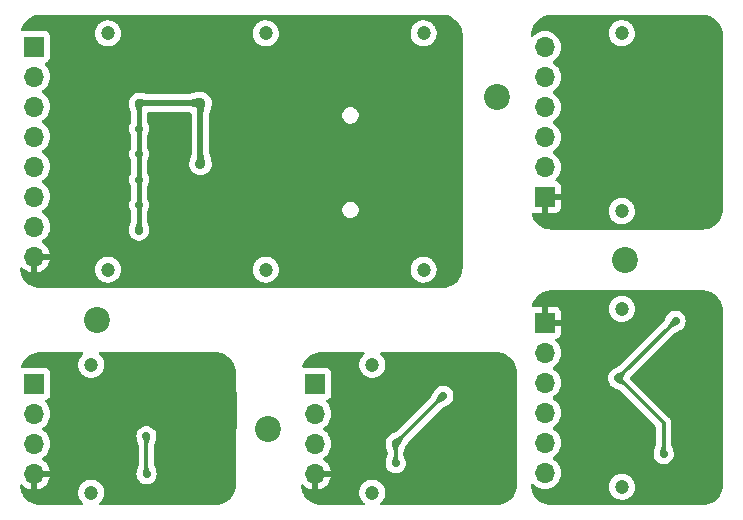
<source format=gbl>
%TF.GenerationSoftware,KiCad,Pcbnew,7.0.9*%
%TF.CreationDate,2024-01-07T22:37:45+08:00*%
%TF.ProjectId,UINIO-Storage,55494e49-4f2d-4537-946f-726167652e6b,Version 1.0.0*%
%TF.SameCoordinates,PX75da690PY4f4f778*%
%TF.FileFunction,Copper,L2,Bot*%
%TF.FilePolarity,Positive*%
%FSLAX46Y46*%
G04 Gerber Fmt 4.6, Leading zero omitted, Abs format (unit mm)*
G04 Created by KiCad (PCBNEW 7.0.9) date 2024-01-07 22:37:45*
%MOMM*%
%LPD*%
G01*
G04 APERTURE LIST*
%TA.AperFunction,ComponentPad*%
%ADD10R,1.700000X1.700000*%
%TD*%
%TA.AperFunction,ComponentPad*%
%ADD11O,1.700000X1.700000*%
%TD*%
%TA.AperFunction,ComponentPad*%
%ADD12C,1.200000*%
%TD*%
%TA.AperFunction,ComponentPad*%
%ADD13C,2.200000*%
%TD*%
%TA.AperFunction,ViaPad*%
%ADD14C,0.500000*%
%TD*%
%TA.AperFunction,ViaPad*%
%ADD15C,0.700000*%
%TD*%
%TA.AperFunction,ViaPad*%
%ADD16C,0.900000*%
%TD*%
%TA.AperFunction,Conductor*%
%ADD17C,0.300000*%
%TD*%
%TA.AperFunction,Conductor*%
%ADD18C,0.500000*%
%TD*%
%TA.AperFunction,Conductor*%
%ADD19C,0.400000*%
%TD*%
G04 APERTURE END LIST*
D10*
%TO.P,J1,1,Pin_1*%
%TO.N,/EEPROM-SOIC8-3.3V*%
X-538000Y-31512000D03*
D11*
%TO.P,J1,2,Pin_2*%
%TO.N,/EEPROM-SOIC8-SCL*%
X-538000Y-34052000D03*
%TO.P,J1,3,Pin_3*%
%TO.N,/EEPROM-SOIC8-SDA*%
X-538000Y-36592000D03*
%TO.P,J1,4,Pin_4*%
%TO.N,/EEPROM-SOIC8-GND*%
X-538000Y-39132000D03*
%TD*%
D12*
%TO.P,HOLE\u002A\u002A,*%
%TO.N,*%
X32422000Y-1837000D03*
%TD*%
D13*
%TO.P,HOLE\u002A\u002A,*%
%TO.N,*%
X38617000Y-7237000D03*
%TD*%
%TO.P,HOLE\u002A\u002A,*%
%TO.N,*%
X19287000Y-35337000D03*
%TD*%
D10*
%TO.P,J2,1,Pin_1*%
%TO.N,/EEPROM-TSSOP8-3.3V*%
X23257000Y-31512000D03*
D11*
%TO.P,J2,2,Pin_2*%
%TO.N,/EEPROM-TSSOP8-SCL*%
X23257000Y-34052000D03*
%TO.P,J2,3,Pin_3*%
%TO.N,/EEPROM-TSSOP8-SDA*%
X23257000Y-36592000D03*
%TO.P,J2,4,Pin_4*%
%TO.N,/EEPROM-TSSOP8-GND*%
X23257000Y-39132000D03*
%TD*%
D12*
%TO.P,HOLE\u002A\u002A,*%
%TO.N,*%
X49212000Y-25165000D03*
%TD*%
D10*
%TO.P,J3,1,Pin_1*%
%TO.N,/Flash-SOIC8-GND*%
X42702000Y-15707000D03*
D11*
%TO.P,J3,2,Pin_2*%
%TO.N,/Flash-SOIC8-CS*%
X42702000Y-13167000D03*
%TO.P,J3,3,Pin_3*%
%TO.N,/Flash-SOIC8-MISO*%
X42702000Y-10627000D03*
%TO.P,J3,4,Pin_4*%
%TO.N,/Flash-SOIC8-MOSI*%
X42702000Y-8087000D03*
%TO.P,J3,5,Pin_5*%
%TO.N,/Flash-SOIC8-CLK*%
X42702000Y-5547000D03*
%TO.P,J3,6,Pin_6*%
%TO.N,/Flash-SOIC8-3.3V*%
X42702000Y-3007000D03*
%TD*%
D12*
%TO.P,HOLE\u002A\u002A,*%
%TO.N,*%
X32422000Y-21837000D03*
%TD*%
%TO.P,HOLE\u002A\u002A,*%
%TO.N,*%
X5708000Y-1837000D03*
%TD*%
%TO.P,HOLE\u002A\u002A,*%
%TO.N,*%
X49212000Y-1825000D03*
%TD*%
%TO.P,HOLE\u002A\u002A,*%
%TO.N,*%
X4282000Y-29902786D03*
%TD*%
%TO.P,HOLE\u002A\u002A,*%
%TO.N,*%
X4282000Y-40722786D03*
%TD*%
%TO.P,HOLE\u002A\u002A,*%
%TO.N,*%
X28082000Y-40722786D03*
%TD*%
%TO.P,HOLE\u002A\u002A,*%
%TO.N,*%
X49212000Y-16885000D03*
%TD*%
%TO.P,HOLE\u002A\u002A,*%
%TO.N,*%
X28082000Y-29902786D03*
%TD*%
%TO.P,HOLE\u002A\u002A,*%
%TO.N,*%
X19065000Y-21837000D03*
%TD*%
%TO.P,HOLE\u002A\u002A,*%
%TO.N,*%
X49212000Y-40225000D03*
%TD*%
%TO.P,HOLE\u002A\u002A,*%
%TO.N,*%
X5708000Y-21837000D03*
%TD*%
D13*
%TO.P,HOLE\u002A\u002A,*%
%TO.N,*%
X4802000Y-26132000D03*
%TD*%
D10*
%TO.P,J5,1,Pin_1*%
%TO.N,/Flash-WSON8-GND*%
X42702000Y-26347000D03*
D11*
%TO.P,J5,2,Pin_2*%
%TO.N,/Flash-WSON8-MOSI*%
X42702000Y-28887000D03*
%TO.P,J5,3,Pin_3*%
%TO.N,/Flash-WSON8-CLK*%
X42702000Y-31427000D03*
%TO.P,J5,4,Pin_4*%
%TO.N,/Flash-WSON8-CS*%
X42702000Y-33967000D03*
%TO.P,J5,5,Pin_5*%
%TO.N,/Flash-WSON8-MISO*%
X42702000Y-36507000D03*
%TO.P,J5,6,Pin_6*%
%TO.N,/Flash-WSON8-3.3V*%
X42702000Y-39047000D03*
%TD*%
D12*
%TO.P,HOLE\u002A\u002A,*%
%TO.N,*%
X19065000Y-1837000D03*
%TD*%
D10*
%TO.P,J4,1,Pin_1*%
%TO.N,/SPI{slash}SDIO-5V*%
X-548000Y-2962000D03*
D11*
%TO.P,J4,2,Pin_2*%
%TO.N,/SDIO-2*%
X-548000Y-5502000D03*
%TO.P,J4,3,Pin_3*%
%TO.N,/SPI-CS{slash}SDIO-3*%
X-548000Y-8042000D03*
%TO.P,J4,4,Pin_4*%
%TO.N,/SPI-MOSI{slash}SDIO-CMD*%
X-548000Y-10582000D03*
%TO.P,J4,5,Pin_5*%
%TO.N,/SPI{slash}SDIO-SCLK*%
X-548000Y-13122000D03*
%TO.P,J4,6,Pin_6*%
%TO.N,/SPI-MISO{slash}SDIO-0*%
X-548000Y-15662000D03*
%TO.P,J4,7,Pin_7*%
%TO.N,/SDIO1*%
X-548000Y-18202000D03*
%TO.P,J4,8,Pin_8*%
%TO.N,/SPI{slash}SDIO-GND*%
X-548000Y-20742000D03*
%TD*%
D13*
%TO.P,HOLE\u002A\u002A,*%
%TO.N,*%
X49487000Y-21027000D03*
%TD*%
D14*
%TO.N,/Flash-SOIC8-GND*%
X46732000Y-5534500D03*
X46732000Y-8952000D03*
X46732000Y-11987000D03*
X46732000Y-2117000D03*
%TO.N,/EEPROM-SOIC8-GND*%
X1782000Y-29827000D03*
D15*
X8952000Y-30747000D03*
X8952000Y-34517000D03*
%TO.N,/EEPROM-SOIC8-3.3V*%
X8962000Y-39157000D03*
X8952000Y-35967000D03*
D14*
%TO.N,/EEPROM-TSSOP8-GND*%
X28067000Y-36567000D03*
X25517000Y-29947000D03*
X28067000Y-34047000D03*
D15*
X34097000Y-37437000D03*
X34097000Y-34517000D03*
%TO.N,/EEPROM-TSSOP8-3.3V*%
X34097000Y-32537000D03*
X30057000Y-36567000D03*
X30057000Y-38247000D03*
%TO.N,/SPI{slash}SDIO-GND*%
X6122000Y-5337000D03*
D14*
X4922000Y-7581000D03*
X4922000Y-16517000D03*
X4922000Y-9815000D03*
X4922000Y-12049000D03*
D15*
X4922000Y-5347000D03*
D14*
X12382000Y-6657000D03*
X4922000Y-14283000D03*
D15*
%TO.N,/Flash-WSON8-3.3V*%
X48872000Y-31047000D03*
X52752000Y-37457000D03*
X53752000Y-26197000D03*
D16*
%TO.N,/SPI{slash}SDIO-3.3V*%
X13532000Y-7747000D03*
D15*
X8332000Y-16377000D03*
D16*
X13532000Y-12897000D03*
D15*
X8332000Y-14217000D03*
X8332000Y-7747000D03*
X8332000Y-12067000D03*
X8332000Y-18537000D03*
X8332000Y-9907000D03*
%TD*%
D17*
%TO.N,/EEPROM-SOIC8-GND*%
X8952000Y-34517000D02*
X8952000Y-30747000D01*
%TO.N,/EEPROM-SOIC8-3.3V*%
X8952000Y-39147000D02*
X8962000Y-39157000D01*
X8952000Y-35967000D02*
X8952000Y-39147000D01*
%TO.N,/EEPROM-TSSOP8-GND*%
X34097000Y-37437000D02*
X34097000Y-34517000D01*
%TO.N,/EEPROM-TSSOP8-3.3V*%
X34097000Y-32537000D02*
X30067000Y-36567000D01*
X30067000Y-36567000D02*
X30057000Y-36567000D01*
X30057000Y-36567000D02*
X30057000Y-38247000D01*
%TO.N,/Flash-WSON8-3.3V*%
X52742000Y-34857000D02*
X52742000Y-37507000D01*
X48932000Y-31047000D02*
X52742000Y-34857000D01*
X48872000Y-31047000D02*
X48902000Y-31047000D01*
X48872000Y-31047000D02*
X48932000Y-31047000D01*
X48902000Y-31047000D02*
X53752000Y-26197000D01*
D18*
%TO.N,/SPI{slash}SDIO-3.3V*%
X13532000Y-7747000D02*
X13532000Y-12897000D01*
X13532000Y-7747000D02*
X8332000Y-7747000D01*
D19*
X8332000Y-7747000D02*
X8332000Y-18537000D01*
%TD*%
%TA.AperFunction,Conductor*%
%TO.N,/EEPROM-TSSOP8-GND*%
G36*
X27374962Y-28847185D02*
G01*
X27420717Y-28899989D01*
X27430661Y-28969147D01*
X27401636Y-29032703D01*
X27391467Y-29043131D01*
X27382472Y-29051331D01*
X27371868Y-29060997D01*
X27368437Y-29063904D01*
X27351931Y-29076884D01*
X27319116Y-29102691D01*
X27319115Y-29102692D01*
X27295120Y-29130383D01*
X27290031Y-29135602D01*
X27265239Y-29158203D01*
X27227322Y-29208411D01*
X27224702Y-29211649D01*
X27181482Y-29261527D01*
X27164792Y-29290433D01*
X27160575Y-29296799D01*
X27142326Y-29320966D01*
X27112837Y-29380185D01*
X27111032Y-29383548D01*
X27076397Y-29443538D01*
X27076394Y-29443544D01*
X27066548Y-29471994D01*
X27063457Y-29479355D01*
X27051416Y-29503539D01*
X27051416Y-29503540D01*
X27032422Y-29570295D01*
X27031379Y-29573603D01*
X27007656Y-29642151D01*
X27007655Y-29642155D01*
X27003834Y-29668725D01*
X27002097Y-29676874D01*
X26995603Y-29699701D01*
X26995603Y-29699703D01*
X26988897Y-29772067D01*
X26988530Y-29775169D01*
X26977746Y-29850182D01*
X26977745Y-29850188D01*
X26978866Y-29873736D01*
X26978672Y-29882410D01*
X26976785Y-29902788D01*
X26976785Y-29902789D01*
X26983789Y-29978382D01*
X26983983Y-29981151D01*
X26987745Y-30060114D01*
X26987746Y-30060116D01*
X26991468Y-30075461D01*
X26994433Y-30093244D01*
X26995603Y-30105869D01*
X27017607Y-30183207D01*
X27026097Y-30218202D01*
X27037295Y-30264359D01*
X27037297Y-30264365D01*
X27042421Y-30275585D01*
X27048891Y-30293155D01*
X27051419Y-30302039D01*
X27088635Y-30376778D01*
X27124605Y-30455542D01*
X27129753Y-30462770D01*
X27139748Y-30479429D01*
X27142327Y-30484607D01*
X27194511Y-30553710D01*
X27246514Y-30626738D01*
X27250443Y-30630484D01*
X27263822Y-30645493D01*
X27265236Y-30647365D01*
X27331522Y-30707792D01*
X27398622Y-30771772D01*
X27398623Y-30771772D01*
X27398623Y-30771773D01*
X27400285Y-30772841D01*
X27411352Y-30781345D01*
X27411380Y-30781309D01*
X27415952Y-30784761D01*
X27415959Y-30784767D01*
X27447258Y-30804146D01*
X27494841Y-30833609D01*
X27535988Y-30860052D01*
X27575428Y-30885399D01*
X27575432Y-30885400D01*
X27580684Y-30888109D01*
X27580647Y-30888180D01*
X27584064Y-30889906D01*
X27584229Y-30889577D01*
X27589358Y-30892131D01*
X27589363Y-30892134D01*
X27678728Y-30926754D01*
X27770543Y-30963511D01*
X27770761Y-30963553D01*
X27775989Y-30964798D01*
X27779537Y-30965807D01*
X27779544Y-30965810D01*
X27876767Y-30983984D01*
X27976914Y-31003286D01*
X27976915Y-31003286D01*
X28183976Y-31003286D01*
X28232996Y-30994122D01*
X28238478Y-30993350D01*
X28258226Y-30991463D01*
X28291218Y-30988314D01*
X28335802Y-30975221D01*
X28341837Y-30973775D01*
X28384456Y-30965810D01*
X28434030Y-30946604D01*
X28438896Y-30944950D01*
X28492875Y-30929102D01*
X28531269Y-30909307D01*
X28537248Y-30906618D01*
X28574637Y-30892134D01*
X28622586Y-30862443D01*
X28626791Y-30860062D01*
X28679682Y-30832797D01*
X28711074Y-30808108D01*
X28716722Y-30804157D01*
X28748041Y-30784767D01*
X28792155Y-30744550D01*
X28795553Y-30741672D01*
X28844886Y-30702878D01*
X28868884Y-30675181D01*
X28873955Y-30669979D01*
X28898764Y-30647365D01*
X28936693Y-30597136D01*
X28939296Y-30593922D01*
X28952042Y-30579213D01*
X28982519Y-30544042D01*
X28999210Y-30515130D01*
X29003424Y-30508770D01*
X29021673Y-30484607D01*
X29051185Y-30425336D01*
X29052949Y-30422051D01*
X29087604Y-30362030D01*
X29097456Y-30333561D01*
X29100543Y-30326211D01*
X29112582Y-30302036D01*
X29131577Y-30235271D01*
X29132618Y-30231969D01*
X29156344Y-30163419D01*
X29160165Y-30136834D01*
X29161901Y-30128697D01*
X29163326Y-30123689D01*
X29168397Y-30105869D01*
X29175103Y-30033478D01*
X29175467Y-30030405D01*
X29186254Y-29955388D01*
X29185132Y-29931842D01*
X29185326Y-29923163D01*
X29187215Y-29902786D01*
X29180208Y-29827186D01*
X29180014Y-29824414D01*
X29176254Y-29745455D01*
X29172534Y-29730124D01*
X29169565Y-29712317D01*
X29168397Y-29699703D01*
X29146392Y-29622364D01*
X29126704Y-29541210D01*
X29121579Y-29529988D01*
X29115107Y-29512413D01*
X29112582Y-29503536D01*
X29075364Y-29428793D01*
X29039396Y-29350033D01*
X29034243Y-29342797D01*
X29024249Y-29326139D01*
X29021673Y-29320965D01*
X29021669Y-29320959D01*
X28969488Y-29251861D01*
X28917488Y-29178836D01*
X28913552Y-29175083D01*
X28900175Y-29160075D01*
X28898763Y-29158206D01*
X28898762Y-29158204D01*
X28832478Y-29097779D01*
X28773185Y-29041243D01*
X28738249Y-28980735D01*
X28741574Y-28910944D01*
X28782102Y-28854030D01*
X28846967Y-28828062D01*
X28858754Y-28827500D01*
X30942326Y-28827500D01*
X38527830Y-28827500D01*
X38569786Y-28827500D01*
X38574208Y-28827657D01*
X38812140Y-28844674D01*
X38829641Y-28847191D01*
X39056229Y-28896482D01*
X39073188Y-28901461D01*
X39188316Y-28944402D01*
X39290462Y-28982501D01*
X39306555Y-28989851D01*
X39510068Y-29100977D01*
X39524951Y-29110542D01*
X39660014Y-29211649D01*
X39710579Y-29249501D01*
X39723950Y-29261087D01*
X39887912Y-29425049D01*
X39899498Y-29438420D01*
X40038457Y-29624048D01*
X40048022Y-29638931D01*
X40159148Y-29842444D01*
X40166498Y-29858537D01*
X40247535Y-30075803D01*
X40252519Y-30092779D01*
X40301807Y-30319352D01*
X40304325Y-30336864D01*
X40321342Y-30574789D01*
X40321500Y-30579213D01*
X40321500Y-40044786D01*
X40321342Y-40049210D01*
X40304325Y-40287135D01*
X40301807Y-40304647D01*
X40252519Y-40531220D01*
X40247535Y-40548196D01*
X40166498Y-40765462D01*
X40159148Y-40781555D01*
X40048022Y-40985068D01*
X40038457Y-40999951D01*
X39899498Y-41185579D01*
X39887912Y-41198950D01*
X39723950Y-41362912D01*
X39710579Y-41374498D01*
X39524951Y-41513457D01*
X39510068Y-41523022D01*
X39306555Y-41634148D01*
X39290462Y-41641498D01*
X39073196Y-41722535D01*
X39056220Y-41727519D01*
X38829647Y-41776807D01*
X38812135Y-41779325D01*
X38595672Y-41794806D01*
X38574208Y-41796342D01*
X38569786Y-41796500D01*
X28857800Y-41796500D01*
X28790761Y-41776815D01*
X28745006Y-41724011D01*
X28735062Y-41654853D01*
X28764087Y-41591297D01*
X28774252Y-41580871D01*
X28792137Y-41564566D01*
X28795539Y-41561683D01*
X28844886Y-41522878D01*
X28868884Y-41495181D01*
X28873955Y-41489979D01*
X28898764Y-41467365D01*
X28936693Y-41417136D01*
X28939296Y-41413922D01*
X28973458Y-41374498D01*
X28982519Y-41364042D01*
X28999210Y-41335130D01*
X29003424Y-41328770D01*
X29021673Y-41304607D01*
X29051185Y-41245336D01*
X29052949Y-41242051D01*
X29087604Y-41182030D01*
X29097456Y-41153561D01*
X29100543Y-41146211D01*
X29112582Y-41122036D01*
X29131577Y-41055271D01*
X29132618Y-41051969D01*
X29156344Y-40983419D01*
X29160165Y-40956834D01*
X29161901Y-40948697D01*
X29168397Y-40925869D01*
X29175103Y-40853478D01*
X29175467Y-40850405D01*
X29186254Y-40775388D01*
X29185132Y-40751842D01*
X29185326Y-40743163D01*
X29187215Y-40722786D01*
X29180208Y-40647186D01*
X29180014Y-40644414D01*
X29176254Y-40565455D01*
X29172534Y-40550124D01*
X29169565Y-40532317D01*
X29168397Y-40519703D01*
X29146392Y-40442364D01*
X29126704Y-40361210D01*
X29121579Y-40349988D01*
X29115107Y-40332413D01*
X29112582Y-40323536D01*
X29075364Y-40248793D01*
X29039396Y-40170033D01*
X29034243Y-40162797D01*
X29024249Y-40146139D01*
X29021673Y-40140965D01*
X29021669Y-40140959D01*
X28969488Y-40071861D01*
X28917488Y-39998836D01*
X28913552Y-39995083D01*
X28900175Y-39980075D01*
X28898763Y-39978206D01*
X28898762Y-39978204D01*
X28832478Y-39917779D01*
X28765387Y-39853808D01*
X28765382Y-39853803D01*
X28765378Y-39853800D01*
X28763708Y-39852726D01*
X28752647Y-39844227D01*
X28752621Y-39844263D01*
X28748048Y-39840810D01*
X28748042Y-39840806D01*
X28748041Y-39840805D01*
X28669158Y-39791963D01*
X28588572Y-39740173D01*
X28588569Y-39740172D01*
X28588568Y-39740171D01*
X28583321Y-39737466D01*
X28583356Y-39737396D01*
X28579920Y-39735660D01*
X28579758Y-39735988D01*
X28574641Y-39733439D01*
X28485271Y-39698817D01*
X28393455Y-39662060D01*
X28393236Y-39662018D01*
X28388019Y-39660775D01*
X28384455Y-39659761D01*
X28287232Y-39641587D01*
X28187086Y-39622286D01*
X28187085Y-39622286D01*
X28183976Y-39622286D01*
X27980024Y-39622286D01*
X27980018Y-39622286D01*
X27931004Y-39631448D01*
X27925506Y-39632222D01*
X27872785Y-39637257D01*
X27828226Y-39650340D01*
X27822151Y-39651796D01*
X27785499Y-39658648D01*
X27779544Y-39659762D01*
X27779542Y-39659762D01*
X27779535Y-39659764D01*
X27737906Y-39675891D01*
X27730004Y-39678953D01*
X27725080Y-39680626D01*
X27671135Y-39696466D01*
X27671116Y-39696473D01*
X27632750Y-39716252D01*
X27626736Y-39718958D01*
X27589361Y-39733438D01*
X27541427Y-39763118D01*
X27537198Y-39765512D01*
X27484321Y-39792772D01*
X27452945Y-39817445D01*
X27447257Y-39821425D01*
X27415959Y-39840804D01*
X27415956Y-39840806D01*
X27371869Y-39880997D01*
X27368426Y-39883913D01*
X27319116Y-39922690D01*
X27319115Y-39922692D01*
X27295120Y-39950383D01*
X27290031Y-39955602D01*
X27265239Y-39978203D01*
X27227322Y-40028411D01*
X27224702Y-40031649D01*
X27181482Y-40081527D01*
X27164792Y-40110433D01*
X27160575Y-40116799D01*
X27142326Y-40140966D01*
X27112837Y-40200185D01*
X27111032Y-40203548D01*
X27076397Y-40263538D01*
X27076394Y-40263544D01*
X27066548Y-40291994D01*
X27063457Y-40299355D01*
X27051416Y-40323539D01*
X27051416Y-40323540D01*
X27032422Y-40390295D01*
X27031379Y-40393603D01*
X27007656Y-40462151D01*
X27007655Y-40462155D01*
X27003834Y-40488725D01*
X27002097Y-40496874D01*
X26995603Y-40519701D01*
X26995603Y-40519703D01*
X26988897Y-40592067D01*
X26988530Y-40595169D01*
X26977746Y-40670182D01*
X26977745Y-40670188D01*
X26978866Y-40693736D01*
X26978672Y-40702410D01*
X26976785Y-40722788D01*
X26976785Y-40722789D01*
X26983789Y-40798382D01*
X26983983Y-40801151D01*
X26987745Y-40880114D01*
X26987746Y-40880116D01*
X26991468Y-40895461D01*
X26994433Y-40913244D01*
X26995603Y-40925869D01*
X27017607Y-41003207D01*
X27029437Y-41051969D01*
X27037295Y-41084359D01*
X27037297Y-41084365D01*
X27042421Y-41095585D01*
X27048891Y-41113155D01*
X27051419Y-41122039D01*
X27088635Y-41196778D01*
X27124605Y-41275542D01*
X27129753Y-41282770D01*
X27139748Y-41299429D01*
X27142327Y-41304607D01*
X27194511Y-41373710D01*
X27246514Y-41446738D01*
X27250443Y-41450484D01*
X27263822Y-41465493D01*
X27265236Y-41467365D01*
X27331522Y-41527792D01*
X27389168Y-41582758D01*
X27424103Y-41643266D01*
X27420778Y-41713056D01*
X27380250Y-41769970D01*
X27315385Y-41795939D01*
X27303598Y-41796500D01*
X23804214Y-41796500D01*
X23799791Y-41796342D01*
X23775680Y-41794617D01*
X23561864Y-41779325D01*
X23544352Y-41776807D01*
X23317779Y-41727519D01*
X23300803Y-41722535D01*
X23083537Y-41641498D01*
X23067444Y-41634148D01*
X22863931Y-41523022D01*
X22849048Y-41513457D01*
X22663420Y-41374498D01*
X22650049Y-41362912D01*
X22486087Y-41198950D01*
X22474501Y-41185579D01*
X22335542Y-40999951D01*
X22325977Y-40985068D01*
X22325075Y-40983417D01*
X22268668Y-40880114D01*
X22214851Y-40781555D01*
X22207501Y-40765462D01*
X22162352Y-40644414D01*
X22126461Y-40548188D01*
X22121482Y-40531229D01*
X22072191Y-40304641D01*
X22069674Y-40287135D01*
X22067987Y-40263542D01*
X22060016Y-40152094D01*
X22074868Y-40083823D01*
X22124273Y-40034418D01*
X22192546Y-40019566D01*
X22258011Y-40043983D01*
X22271381Y-40055569D01*
X22385917Y-40170105D01*
X22579421Y-40305600D01*
X22793507Y-40405429D01*
X22793516Y-40405433D01*
X23007000Y-40462634D01*
X23007000Y-39567501D01*
X23114685Y-39616680D01*
X23221237Y-39632000D01*
X23292763Y-39632000D01*
X23399315Y-39616680D01*
X23507000Y-39567501D01*
X23507000Y-40462633D01*
X23720483Y-40405433D01*
X23720492Y-40405429D01*
X23934578Y-40305600D01*
X24128082Y-40170105D01*
X24295105Y-40003082D01*
X24430600Y-39809578D01*
X24530429Y-39595492D01*
X24530432Y-39595486D01*
X24587636Y-39382000D01*
X23690686Y-39382000D01*
X23716493Y-39341844D01*
X23757000Y-39203889D01*
X23757000Y-39060111D01*
X23716493Y-38922156D01*
X23690686Y-38882000D01*
X24587636Y-38882000D01*
X24587635Y-38881999D01*
X24530432Y-38668513D01*
X24530429Y-38668507D01*
X24430600Y-38454422D01*
X24430599Y-38454420D01*
X24295113Y-38260926D01*
X24295108Y-38260920D01*
X24281188Y-38247000D01*
X29201815Y-38247000D01*
X29220503Y-38424805D01*
X29220504Y-38424807D01*
X29275747Y-38594829D01*
X29275750Y-38594835D01*
X29365141Y-38749665D01*
X29394797Y-38782601D01*
X29484764Y-38882521D01*
X29484767Y-38882523D01*
X29484770Y-38882526D01*
X29629407Y-38987612D01*
X29792733Y-39060329D01*
X29967609Y-39097500D01*
X29967610Y-39097500D01*
X30146389Y-39097500D01*
X30146391Y-39097500D01*
X30321267Y-39060329D01*
X30484593Y-38987612D01*
X30629230Y-38882526D01*
X30748859Y-38749665D01*
X30838250Y-38594835D01*
X30893497Y-38424803D01*
X30912185Y-38247000D01*
X30893497Y-38069197D01*
X30867553Y-37989350D01*
X30862959Y-37970099D01*
X30860593Y-37954898D01*
X30860593Y-37954897D01*
X30860593Y-37954895D01*
X30712936Y-37472752D01*
X30707500Y-37436442D01*
X30707500Y-37377561D01*
X30712935Y-37341251D01*
X30712937Y-37341246D01*
X30845035Y-36909902D01*
X30854716Y-36886882D01*
X31070942Y-36490143D01*
X31092136Y-36461808D01*
X33983825Y-33570119D01*
X34013337Y-33548292D01*
X34458678Y-33311774D01*
X34484146Y-33297286D01*
X34484146Y-33297285D01*
X34488783Y-33294648D01*
X34488943Y-33294930D01*
X34501456Y-33287912D01*
X34524593Y-33277612D01*
X34669230Y-33172526D01*
X34788859Y-33039665D01*
X34878250Y-32884835D01*
X34933497Y-32714803D01*
X34952185Y-32537000D01*
X34933497Y-32359197D01*
X34878250Y-32189165D01*
X34788859Y-32034335D01*
X34734767Y-31974260D01*
X34669235Y-31901478D01*
X34669232Y-31901476D01*
X34669231Y-31901475D01*
X34669230Y-31901474D01*
X34524593Y-31796388D01*
X34361267Y-31723671D01*
X34361265Y-31723670D01*
X34233594Y-31696533D01*
X34186391Y-31686500D01*
X34007609Y-31686500D01*
X33976954Y-31693015D01*
X33832733Y-31723670D01*
X33832728Y-31723672D01*
X33669408Y-31796387D01*
X33524768Y-31901475D01*
X33405139Y-32034336D01*
X33331130Y-32162524D01*
X33327498Y-32168101D01*
X33322231Y-32175310D01*
X33322216Y-32175334D01*
X33085705Y-32620660D01*
X33063873Y-32650179D01*
X30176462Y-35537590D01*
X30145614Y-35560118D01*
X29834414Y-35720599D01*
X29700915Y-35789442D01*
X29672614Y-35805204D01*
X29672612Y-35805204D01*
X29667878Y-35807842D01*
X29667838Y-35807771D01*
X29654209Y-35815344D01*
X29629413Y-35826384D01*
X29484768Y-35931475D01*
X29365140Y-36064336D01*
X29275750Y-36219164D01*
X29275747Y-36219170D01*
X29220504Y-36389192D01*
X29220503Y-36389194D01*
X29201815Y-36567000D01*
X29220503Y-36744805D01*
X29220504Y-36744807D01*
X29246444Y-36824642D01*
X29251038Y-36843888D01*
X29253406Y-36859107D01*
X29401064Y-37341246D01*
X29406500Y-37377557D01*
X29406500Y-37436441D01*
X29401063Y-37472752D01*
X29253410Y-37954886D01*
X29253406Y-37954898D01*
X29245632Y-37983181D01*
X29244667Y-37988423D01*
X29244423Y-37988378D01*
X29240251Y-38008419D01*
X29220503Y-38069198D01*
X29201815Y-38247000D01*
X24281188Y-38247000D01*
X24128078Y-38093890D01*
X23942405Y-37963879D01*
X23898780Y-37909302D01*
X23891588Y-37839804D01*
X23923110Y-37777449D01*
X23942406Y-37760730D01*
X24128401Y-37630495D01*
X24295495Y-37463401D01*
X24431035Y-37269830D01*
X24530903Y-37055663D01*
X24592063Y-36827408D01*
X24612659Y-36592000D01*
X24592063Y-36356592D01*
X24530903Y-36128337D01*
X24431035Y-35914171D01*
X24369567Y-35826384D01*
X24295494Y-35720597D01*
X24128402Y-35553506D01*
X24128396Y-35553501D01*
X23942842Y-35423575D01*
X23899217Y-35368998D01*
X23892023Y-35299500D01*
X23923546Y-35237145D01*
X23942842Y-35220425D01*
X23965026Y-35204891D01*
X24128401Y-35090495D01*
X24295495Y-34923401D01*
X24431035Y-34729830D01*
X24530903Y-34515663D01*
X24592063Y-34287408D01*
X24612659Y-34052000D01*
X24592063Y-33816592D01*
X24530903Y-33588337D01*
X24431035Y-33374171D01*
X24387344Y-33311774D01*
X24295496Y-33180600D01*
X24287417Y-33172521D01*
X24173567Y-33058671D01*
X24140084Y-32997351D01*
X24145068Y-32927659D01*
X24186939Y-32871725D01*
X24217915Y-32854810D01*
X24349331Y-32805796D01*
X24464546Y-32719546D01*
X24550796Y-32604331D01*
X24601091Y-32469483D01*
X24607500Y-32409873D01*
X24607499Y-30614128D01*
X24601091Y-30554517D01*
X24597184Y-30544043D01*
X24550797Y-30419671D01*
X24550793Y-30419664D01*
X24464547Y-30304455D01*
X24464544Y-30304452D01*
X24349335Y-30218206D01*
X24349328Y-30218202D01*
X24214482Y-30167908D01*
X24214483Y-30167908D01*
X24154883Y-30161501D01*
X24154881Y-30161500D01*
X24154873Y-30161500D01*
X24154864Y-30161500D01*
X22359129Y-30161500D01*
X22359123Y-30161501D01*
X22299513Y-30167909D01*
X22297821Y-30168309D01*
X22296469Y-30168236D01*
X22291804Y-30168738D01*
X22291722Y-30167981D01*
X22228051Y-30164561D01*
X22171384Y-30123689D01*
X22145809Y-30058668D01*
X22153136Y-30004295D01*
X22207502Y-29858537D01*
X22214851Y-29842444D01*
X22253280Y-29772067D01*
X22325981Y-29638923D01*
X22335537Y-29624054D01*
X22474506Y-29438413D01*
X22486080Y-29425056D01*
X22650056Y-29261080D01*
X22663413Y-29249506D01*
X22849054Y-29110537D01*
X22863923Y-29100981D01*
X23067444Y-28989850D01*
X23083537Y-28982501D01*
X23109613Y-28972775D01*
X23300815Y-28901460D01*
X23317766Y-28896483D01*
X23544360Y-28847190D01*
X23561857Y-28844674D01*
X23799791Y-28827657D01*
X23804214Y-28827500D01*
X23846170Y-28827500D01*
X27307923Y-28827500D01*
X27374962Y-28847185D01*
G37*
%TD.AperFunction*%
%TD*%
%TA.AperFunction,Conductor*%
%TO.N,/EEPROM-SOIC8-GND*%
G36*
X7623776Y-28818837D02*
G01*
X7692000Y-28832408D01*
X7704694Y-28829883D01*
X7728886Y-28827500D01*
X14727830Y-28827500D01*
X14769786Y-28827500D01*
X14774208Y-28827657D01*
X15012140Y-28844674D01*
X15029641Y-28847191D01*
X15256229Y-28896482D01*
X15273188Y-28901461D01*
X15388316Y-28944402D01*
X15490462Y-28982501D01*
X15506555Y-28989851D01*
X15710068Y-29100977D01*
X15724951Y-29110542D01*
X15860014Y-29211649D01*
X15910579Y-29249501D01*
X15923950Y-29261087D01*
X16087912Y-29425049D01*
X16099498Y-29438420D01*
X16238457Y-29624048D01*
X16248022Y-29638931D01*
X16359148Y-29842444D01*
X16366498Y-29858537D01*
X16447535Y-30075803D01*
X16452519Y-30092779D01*
X16501807Y-30319352D01*
X16504325Y-30336864D01*
X16521342Y-30574789D01*
X16521500Y-30579213D01*
X16521500Y-32035114D01*
X16519117Y-32059306D01*
X16516592Y-32071999D01*
X16516592Y-32072000D01*
X16520688Y-32092591D01*
X16520689Y-32092597D01*
X16536032Y-32169736D01*
X16536033Y-32169739D01*
X16581954Y-32238465D01*
X16602831Y-32305143D01*
X16602847Y-32308384D01*
X16551911Y-38443905D01*
X16537464Y-38491634D01*
X16540707Y-38492977D01*
X16536033Y-38504260D01*
X16516592Y-38601997D01*
X16516592Y-38601998D01*
X16519117Y-38614691D01*
X16521500Y-38638885D01*
X16521500Y-40044786D01*
X16521342Y-40049210D01*
X16504325Y-40287135D01*
X16501807Y-40304647D01*
X16452519Y-40531220D01*
X16447535Y-40548196D01*
X16366498Y-40765462D01*
X16359148Y-40781555D01*
X16248022Y-40985068D01*
X16238457Y-40999951D01*
X16099498Y-41185579D01*
X16087912Y-41198950D01*
X15923950Y-41362912D01*
X15910579Y-41374498D01*
X15724951Y-41513457D01*
X15710068Y-41523022D01*
X15506555Y-41634148D01*
X15490462Y-41641498D01*
X15273196Y-41722535D01*
X15256220Y-41727519D01*
X15029647Y-41776807D01*
X15012135Y-41779325D01*
X14795672Y-41794806D01*
X14774208Y-41796342D01*
X14769786Y-41796500D01*
X5057800Y-41796500D01*
X4990761Y-41776815D01*
X4945006Y-41724011D01*
X4935062Y-41654853D01*
X4964087Y-41591297D01*
X4974252Y-41580871D01*
X4992137Y-41564566D01*
X4995539Y-41561683D01*
X5044886Y-41522878D01*
X5068884Y-41495181D01*
X5073955Y-41489979D01*
X5098764Y-41467365D01*
X5136693Y-41417136D01*
X5139296Y-41413922D01*
X5173458Y-41374498D01*
X5182519Y-41364042D01*
X5199210Y-41335130D01*
X5203424Y-41328770D01*
X5221673Y-41304607D01*
X5251185Y-41245336D01*
X5252949Y-41242051D01*
X5287604Y-41182030D01*
X5297456Y-41153561D01*
X5300543Y-41146211D01*
X5312582Y-41122036D01*
X5331577Y-41055271D01*
X5332618Y-41051969D01*
X5356344Y-40983419D01*
X5360165Y-40956834D01*
X5361901Y-40948697D01*
X5368397Y-40925869D01*
X5375103Y-40853478D01*
X5375467Y-40850405D01*
X5386254Y-40775388D01*
X5385132Y-40751842D01*
X5385326Y-40743163D01*
X5387215Y-40722786D01*
X5380208Y-40647186D01*
X5380014Y-40644414D01*
X5376254Y-40565455D01*
X5372534Y-40550124D01*
X5369565Y-40532317D01*
X5368397Y-40519703D01*
X5346392Y-40442364D01*
X5326704Y-40361210D01*
X5321579Y-40349988D01*
X5315107Y-40332413D01*
X5312582Y-40323536D01*
X5275364Y-40248793D01*
X5239396Y-40170033D01*
X5234243Y-40162797D01*
X5224249Y-40146139D01*
X5221673Y-40140965D01*
X5221669Y-40140959D01*
X5169488Y-40071861D01*
X5117488Y-39998836D01*
X5113552Y-39995083D01*
X5100175Y-39980075D01*
X5098763Y-39978206D01*
X5098762Y-39978204D01*
X5032478Y-39917779D01*
X4965387Y-39853808D01*
X4965382Y-39853803D01*
X4965378Y-39853800D01*
X4963708Y-39852726D01*
X4952647Y-39844227D01*
X4952621Y-39844263D01*
X4948048Y-39840810D01*
X4948042Y-39840806D01*
X4948041Y-39840805D01*
X4869158Y-39791963D01*
X4788572Y-39740173D01*
X4788569Y-39740172D01*
X4788568Y-39740171D01*
X4783321Y-39737466D01*
X4783356Y-39737396D01*
X4779920Y-39735660D01*
X4779758Y-39735988D01*
X4774641Y-39733439D01*
X4685271Y-39698817D01*
X4593455Y-39662060D01*
X4593236Y-39662018D01*
X4588019Y-39660775D01*
X4584455Y-39659761D01*
X4487232Y-39641587D01*
X4387086Y-39622286D01*
X4387085Y-39622286D01*
X4383976Y-39622286D01*
X4180024Y-39622286D01*
X4180018Y-39622286D01*
X4131004Y-39631448D01*
X4125506Y-39632222D01*
X4072785Y-39637257D01*
X4028226Y-39650340D01*
X4022151Y-39651796D01*
X3985499Y-39658648D01*
X3979544Y-39659762D01*
X3979542Y-39659762D01*
X3979535Y-39659764D01*
X3937906Y-39675891D01*
X3930004Y-39678953D01*
X3925080Y-39680626D01*
X3871135Y-39696466D01*
X3871116Y-39696473D01*
X3832750Y-39716252D01*
X3826736Y-39718958D01*
X3789361Y-39733438D01*
X3741427Y-39763118D01*
X3737198Y-39765512D01*
X3684321Y-39792772D01*
X3652945Y-39817445D01*
X3647257Y-39821425D01*
X3615959Y-39840804D01*
X3615956Y-39840806D01*
X3571869Y-39880997D01*
X3568426Y-39883913D01*
X3519116Y-39922690D01*
X3519115Y-39922692D01*
X3495120Y-39950383D01*
X3490031Y-39955602D01*
X3465239Y-39978203D01*
X3427322Y-40028411D01*
X3424702Y-40031649D01*
X3381482Y-40081527D01*
X3364792Y-40110433D01*
X3360575Y-40116799D01*
X3342326Y-40140966D01*
X3312837Y-40200185D01*
X3311032Y-40203548D01*
X3276397Y-40263538D01*
X3276394Y-40263544D01*
X3266548Y-40291994D01*
X3263457Y-40299355D01*
X3251416Y-40323539D01*
X3251416Y-40323540D01*
X3232422Y-40390295D01*
X3231379Y-40393603D01*
X3207656Y-40462151D01*
X3207655Y-40462155D01*
X3203834Y-40488725D01*
X3202097Y-40496874D01*
X3195603Y-40519701D01*
X3195603Y-40519703D01*
X3188897Y-40592067D01*
X3188530Y-40595169D01*
X3177746Y-40670182D01*
X3177745Y-40670188D01*
X3178866Y-40693736D01*
X3178672Y-40702410D01*
X3176785Y-40722788D01*
X3176785Y-40722789D01*
X3183789Y-40798382D01*
X3183983Y-40801151D01*
X3187745Y-40880114D01*
X3187746Y-40880116D01*
X3191468Y-40895461D01*
X3194433Y-40913244D01*
X3195603Y-40925869D01*
X3217607Y-41003207D01*
X3229437Y-41051969D01*
X3237295Y-41084359D01*
X3237297Y-41084365D01*
X3242421Y-41095585D01*
X3248891Y-41113155D01*
X3251419Y-41122039D01*
X3288635Y-41196778D01*
X3324605Y-41275542D01*
X3329753Y-41282770D01*
X3339748Y-41299429D01*
X3342327Y-41304607D01*
X3394511Y-41373710D01*
X3446514Y-41446738D01*
X3450443Y-41450484D01*
X3463822Y-41465493D01*
X3465236Y-41467365D01*
X3531522Y-41527792D01*
X3589168Y-41582758D01*
X3624103Y-41643266D01*
X3620778Y-41713056D01*
X3580250Y-41769970D01*
X3515385Y-41795939D01*
X3503598Y-41796500D01*
X4214Y-41796500D01*
X-209Y-41796342D01*
X-24320Y-41794617D01*
X-238136Y-41779325D01*
X-255648Y-41776807D01*
X-482221Y-41727519D01*
X-499197Y-41722535D01*
X-716463Y-41641498D01*
X-732556Y-41634148D01*
X-936069Y-41523022D01*
X-950952Y-41513457D01*
X-1136580Y-41374498D01*
X-1149951Y-41362912D01*
X-1313913Y-41198950D01*
X-1325499Y-41185579D01*
X-1464458Y-40999951D01*
X-1474023Y-40985068D01*
X-1474925Y-40983417D01*
X-1531332Y-40880114D01*
X-1585149Y-40781555D01*
X-1592499Y-40765462D01*
X-1637648Y-40644414D01*
X-1673539Y-40548188D01*
X-1678518Y-40531229D01*
X-1727809Y-40304641D01*
X-1730326Y-40287135D01*
X-1732014Y-40263538D01*
X-1740369Y-40146709D01*
X-1725517Y-40078438D01*
X-1676112Y-40029033D01*
X-1607839Y-40014181D01*
X-1542374Y-40038598D01*
X-1529004Y-40050184D01*
X-1409083Y-40170105D01*
X-1215579Y-40305600D01*
X-1001493Y-40405429D01*
X-1001484Y-40405433D01*
X-788000Y-40462634D01*
X-788000Y-39567501D01*
X-680315Y-39616680D01*
X-573763Y-39632000D01*
X-502237Y-39632000D01*
X-395685Y-39616680D01*
X-288000Y-39567501D01*
X-288000Y-40462633D01*
X-74517Y-40405433D01*
X-74508Y-40405429D01*
X139578Y-40305600D01*
X333082Y-40170105D01*
X500105Y-40003082D01*
X635600Y-39809578D01*
X735429Y-39595492D01*
X735432Y-39595486D01*
X792636Y-39382000D01*
X-104314Y-39382000D01*
X-78507Y-39341844D01*
X-38000Y-39203889D01*
X-38000Y-39060111D01*
X-78507Y-38922156D01*
X-104314Y-38882000D01*
X792636Y-38882000D01*
X792635Y-38881999D01*
X735432Y-38668513D01*
X735429Y-38668507D01*
X635600Y-38454422D01*
X635599Y-38454420D01*
X500113Y-38260926D01*
X500108Y-38260920D01*
X333078Y-38093890D01*
X147405Y-37963879D01*
X103780Y-37909302D01*
X96588Y-37839804D01*
X128110Y-37777449D01*
X147406Y-37760730D01*
X333401Y-37630495D01*
X500495Y-37463401D01*
X636035Y-37269830D01*
X735903Y-37055663D01*
X797063Y-36827408D01*
X817659Y-36592000D01*
X797063Y-36356592D01*
X735903Y-36128337D01*
X660670Y-35967000D01*
X8096815Y-35967000D01*
X8115503Y-36144805D01*
X8115504Y-36144807D01*
X8141444Y-36224642D01*
X8146037Y-36243887D01*
X8148406Y-36259104D01*
X8250357Y-36592000D01*
X8296064Y-36741246D01*
X8301500Y-36777557D01*
X8301500Y-38352403D01*
X8296606Y-38386896D01*
X8155999Y-38872412D01*
X8149535Y-38897031D01*
X8148639Y-38902171D01*
X8148192Y-38902093D01*
X8144193Y-38921673D01*
X8125505Y-38979190D01*
X8125503Y-38979195D01*
X8106815Y-39157000D01*
X8125503Y-39334805D01*
X8125504Y-39334807D01*
X8180747Y-39504829D01*
X8180750Y-39504835D01*
X8270141Y-39659665D01*
X8303283Y-39696473D01*
X8389764Y-39792521D01*
X8389767Y-39792523D01*
X8389770Y-39792526D01*
X8534407Y-39897612D01*
X8697733Y-39970329D01*
X8872609Y-40007500D01*
X8872610Y-40007500D01*
X9051389Y-40007500D01*
X9051391Y-40007500D01*
X9226267Y-39970329D01*
X9389593Y-39897612D01*
X9534230Y-39792526D01*
X9653859Y-39659665D01*
X9743250Y-39504835D01*
X9798497Y-39334803D01*
X9817185Y-39157000D01*
X9798497Y-38979197D01*
X9770200Y-38892111D01*
X9765951Y-38874954D01*
X9762761Y-38856532D01*
X9762760Y-38856528D01*
X9756726Y-38837966D01*
X9644584Y-38492977D01*
X9608574Y-38382197D01*
X9602500Y-38343864D01*
X9602500Y-36777558D01*
X9607936Y-36741247D01*
X9607937Y-36741246D01*
X9755594Y-36259103D01*
X9763365Y-36230823D01*
X9763365Y-36230816D01*
X9764331Y-36225582D01*
X9764575Y-36225627D01*
X9768745Y-36205591D01*
X9788497Y-36144803D01*
X9807185Y-35967000D01*
X9788497Y-35789197D01*
X9733250Y-35619165D01*
X9643859Y-35464335D01*
X9592104Y-35406855D01*
X9524235Y-35331478D01*
X9524232Y-35331476D01*
X9524231Y-35331475D01*
X9524230Y-35331474D01*
X9379593Y-35226388D01*
X9216267Y-35153671D01*
X9216265Y-35153670D01*
X9088594Y-35126533D01*
X9041391Y-35116500D01*
X8862609Y-35116500D01*
X8831954Y-35123015D01*
X8687733Y-35153670D01*
X8687728Y-35153672D01*
X8524408Y-35226387D01*
X8379768Y-35331475D01*
X8260140Y-35464336D01*
X8170750Y-35619164D01*
X8170747Y-35619170D01*
X8115504Y-35789192D01*
X8115503Y-35789194D01*
X8096815Y-35967000D01*
X660670Y-35967000D01*
X636035Y-35914171D01*
X548525Y-35789192D01*
X500494Y-35720597D01*
X333402Y-35553506D01*
X333396Y-35553501D01*
X147842Y-35423575D01*
X104217Y-35368998D01*
X97023Y-35299500D01*
X128546Y-35237145D01*
X147842Y-35220425D01*
X243178Y-35153670D01*
X333401Y-35090495D01*
X500495Y-34923401D01*
X636035Y-34729830D01*
X735903Y-34515663D01*
X797063Y-34287408D01*
X817659Y-34052000D01*
X797063Y-33816592D01*
X735903Y-33588337D01*
X636035Y-33374171D01*
X500495Y-33180599D01*
X378567Y-33058671D01*
X345084Y-32997351D01*
X350068Y-32927659D01*
X391939Y-32871725D01*
X422915Y-32854810D01*
X554331Y-32805796D01*
X669546Y-32719546D01*
X755796Y-32604331D01*
X806091Y-32469483D01*
X812500Y-32409873D01*
X812499Y-30614128D01*
X806091Y-30554517D01*
X802184Y-30544043D01*
X755797Y-30419671D01*
X755793Y-30419664D01*
X669547Y-30304455D01*
X669544Y-30304452D01*
X554335Y-30218206D01*
X554328Y-30218202D01*
X419482Y-30167908D01*
X419483Y-30167908D01*
X359883Y-30161501D01*
X359881Y-30161500D01*
X359873Y-30161500D01*
X359864Y-30161500D01*
X-1435871Y-30161500D01*
X-1435877Y-30161501D01*
X-1495486Y-30167909D01*
X-1502655Y-30169603D01*
X-1572424Y-30165860D01*
X-1629094Y-30124991D01*
X-1654673Y-30059972D01*
X-1647349Y-30005593D01*
X-1592499Y-29858536D01*
X-1585149Y-29842444D01*
X-1546720Y-29772067D01*
X-1474019Y-29638923D01*
X-1464463Y-29624054D01*
X-1325494Y-29438413D01*
X-1313920Y-29425056D01*
X-1149944Y-29261080D01*
X-1136587Y-29249506D01*
X-950946Y-29110537D01*
X-936077Y-29100981D01*
X-732556Y-28989850D01*
X-716463Y-28982501D01*
X-690387Y-28972775D01*
X-499185Y-28901460D01*
X-482234Y-28896483D01*
X-255642Y-28847191D01*
X-238141Y-28844674D01*
X-76833Y-28833138D01*
X-72581Y-28832981D01*
X1881252Y-28828772D01*
X1905695Y-28831154D01*
X1912000Y-28832408D01*
X1918970Y-28831021D01*
X1942876Y-28828640D01*
X3510112Y-28825264D01*
X3577190Y-28844803D01*
X3623058Y-28897509D01*
X3633151Y-28966646D01*
X3604263Y-29030264D01*
X3593915Y-29040898D01*
X3571872Y-29060994D01*
X3568435Y-29063905D01*
X3559951Y-29070577D01*
X3519116Y-29102690D01*
X3519115Y-29102692D01*
X3495120Y-29130383D01*
X3490031Y-29135602D01*
X3465239Y-29158203D01*
X3427322Y-29208411D01*
X3424702Y-29211649D01*
X3381482Y-29261527D01*
X3364792Y-29290433D01*
X3360575Y-29296799D01*
X3342326Y-29320966D01*
X3312837Y-29380185D01*
X3311032Y-29383548D01*
X3276397Y-29443538D01*
X3276394Y-29443544D01*
X3266548Y-29471994D01*
X3263457Y-29479355D01*
X3251416Y-29503539D01*
X3251416Y-29503540D01*
X3232422Y-29570295D01*
X3231379Y-29573603D01*
X3207656Y-29642151D01*
X3207655Y-29642155D01*
X3203834Y-29668725D01*
X3202097Y-29676874D01*
X3195603Y-29699701D01*
X3195603Y-29699703D01*
X3188897Y-29772067D01*
X3188530Y-29775169D01*
X3177746Y-29850182D01*
X3177745Y-29850188D01*
X3178866Y-29873736D01*
X3178672Y-29882410D01*
X3176785Y-29902788D01*
X3176785Y-29902789D01*
X3183789Y-29978382D01*
X3183983Y-29981151D01*
X3187745Y-30060114D01*
X3187746Y-30060116D01*
X3191468Y-30075461D01*
X3194433Y-30093244D01*
X3195603Y-30105869D01*
X3217607Y-30183207D01*
X3226097Y-30218202D01*
X3237295Y-30264359D01*
X3237297Y-30264365D01*
X3242421Y-30275585D01*
X3248891Y-30293155D01*
X3251419Y-30302039D01*
X3288635Y-30376778D01*
X3324605Y-30455542D01*
X3329753Y-30462770D01*
X3339748Y-30479429D01*
X3342327Y-30484607D01*
X3394511Y-30553710D01*
X3446514Y-30626738D01*
X3450443Y-30630484D01*
X3463822Y-30645493D01*
X3465236Y-30647365D01*
X3531522Y-30707792D01*
X3598622Y-30771772D01*
X3598623Y-30771772D01*
X3598623Y-30771773D01*
X3600285Y-30772841D01*
X3611352Y-30781345D01*
X3611380Y-30781309D01*
X3615952Y-30784761D01*
X3615959Y-30784767D01*
X3647258Y-30804146D01*
X3694841Y-30833609D01*
X3735988Y-30860052D01*
X3775428Y-30885399D01*
X3775432Y-30885400D01*
X3780684Y-30888109D01*
X3780647Y-30888180D01*
X3784064Y-30889906D01*
X3784229Y-30889577D01*
X3789358Y-30892131D01*
X3789363Y-30892134D01*
X3878728Y-30926754D01*
X3970543Y-30963511D01*
X3970761Y-30963553D01*
X3975989Y-30964798D01*
X3979537Y-30965807D01*
X3979544Y-30965810D01*
X4076767Y-30983984D01*
X4176914Y-31003286D01*
X4176915Y-31003286D01*
X4383976Y-31003286D01*
X4432996Y-30994122D01*
X4438478Y-30993350D01*
X4458226Y-30991463D01*
X4491218Y-30988314D01*
X4535802Y-30975221D01*
X4541837Y-30973775D01*
X4584456Y-30965810D01*
X4634030Y-30946604D01*
X4638896Y-30944950D01*
X4692875Y-30929102D01*
X4731269Y-30909307D01*
X4737248Y-30906618D01*
X4774637Y-30892134D01*
X4822586Y-30862443D01*
X4826791Y-30860062D01*
X4879682Y-30832797D01*
X4911074Y-30808108D01*
X4916722Y-30804157D01*
X4948041Y-30784767D01*
X4992155Y-30744550D01*
X4995553Y-30741672D01*
X5044886Y-30702878D01*
X5068884Y-30675181D01*
X5073955Y-30669979D01*
X5098764Y-30647365D01*
X5136693Y-30597136D01*
X5139296Y-30593922D01*
X5152042Y-30579213D01*
X5182519Y-30544042D01*
X5199210Y-30515130D01*
X5203424Y-30508770D01*
X5221673Y-30484607D01*
X5251185Y-30425336D01*
X5252949Y-30422051D01*
X5287604Y-30362030D01*
X5297456Y-30333561D01*
X5300543Y-30326211D01*
X5312582Y-30302036D01*
X5331577Y-30235271D01*
X5332618Y-30231969D01*
X5356344Y-30163419D01*
X5360165Y-30136834D01*
X5361901Y-30128697D01*
X5368397Y-30105869D01*
X5375103Y-30033478D01*
X5375467Y-30030405D01*
X5379035Y-30005591D01*
X5386254Y-29955388D01*
X5385132Y-29931842D01*
X5385326Y-29923163D01*
X5387215Y-29902786D01*
X5380208Y-29827186D01*
X5380014Y-29824414D01*
X5376254Y-29745455D01*
X5372534Y-29730124D01*
X5369565Y-29712317D01*
X5368397Y-29699703D01*
X5346392Y-29622364D01*
X5326704Y-29541210D01*
X5321579Y-29529988D01*
X5315107Y-29512413D01*
X5312582Y-29503536D01*
X5275364Y-29428793D01*
X5239396Y-29350033D01*
X5234243Y-29342797D01*
X5224249Y-29326139D01*
X5221673Y-29320965D01*
X5221669Y-29320959D01*
X5169488Y-29251861D01*
X5117488Y-29178836D01*
X5113552Y-29175083D01*
X5100175Y-29160075D01*
X5098763Y-29158206D01*
X5098762Y-29158204D01*
X5032478Y-29097779D01*
X4993898Y-29060994D01*
X4967352Y-29035683D01*
X4932419Y-28975176D01*
X4935742Y-28905386D01*
X4976270Y-28848471D01*
X5041135Y-28822503D01*
X5052644Y-28821941D01*
X7599333Y-28816455D01*
X7623776Y-28818837D01*
G37*
%TD.AperFunction*%
%TD*%
%TA.AperFunction,Conductor*%
%TO.N,/SPI{slash}SDIO-GND*%
G36*
X33984208Y-250657D02*
G01*
X34222140Y-267674D01*
X34239641Y-270191D01*
X34466229Y-319482D01*
X34483188Y-324461D01*
X34620672Y-375740D01*
X34700462Y-405501D01*
X34716555Y-412851D01*
X34920068Y-523977D01*
X34934951Y-533542D01*
X35120579Y-672501D01*
X35133950Y-684087D01*
X35297912Y-848049D01*
X35309498Y-861420D01*
X35448457Y-1047048D01*
X35458022Y-1061931D01*
X35569148Y-1265444D01*
X35576498Y-1281537D01*
X35657535Y-1498803D01*
X35662519Y-1515779D01*
X35711807Y-1742353D01*
X35714325Y-1759866D01*
X35723600Y-1889561D01*
X35723758Y-1893933D01*
X35730708Y-10093985D01*
X35728327Y-10118274D01*
X35726592Y-10126999D01*
X35726592Y-10127001D01*
X35728382Y-10136002D01*
X35730764Y-10160084D01*
X35731500Y-11027306D01*
X35731500Y-21671786D01*
X35731342Y-21676208D01*
X35729945Y-21695745D01*
X35714325Y-21914135D01*
X35711807Y-21931647D01*
X35662519Y-22158220D01*
X35657535Y-22175196D01*
X35576498Y-22392462D01*
X35569148Y-22408555D01*
X35458022Y-22612068D01*
X35448457Y-22626951D01*
X35309498Y-22812579D01*
X35297912Y-22825950D01*
X35133950Y-22989912D01*
X35120579Y-23001498D01*
X34934951Y-23140457D01*
X34920068Y-23150022D01*
X34716555Y-23261148D01*
X34700462Y-23268498D01*
X34483196Y-23349535D01*
X34466220Y-23354519D01*
X34239646Y-23403807D01*
X34222134Y-23406325D01*
X34056383Y-23418179D01*
X34052008Y-23418337D01*
X23746413Y-23426500D01*
X7728886Y-23426500D01*
X7704694Y-23424117D01*
X7692001Y-23421592D01*
X7692000Y-23421592D01*
X7667326Y-23426500D01*
X7614982Y-23436912D01*
X7590890Y-23439294D01*
X2035422Y-23443693D01*
X2011134Y-23441311D01*
X1961014Y-23431341D01*
X1934621Y-23426048D01*
X1933743Y-23425916D01*
X1918480Y-23422880D01*
X1912000Y-23421592D01*
X1911999Y-23421592D01*
X1899589Y-23424060D01*
X1875209Y-23426441D01*
X55240Y-23423586D01*
X54259Y-23423500D01*
X44170Y-23423500D01*
X2214Y-23423500D01*
X-2209Y-23423342D01*
X-26678Y-23421592D01*
X-240136Y-23406325D01*
X-257648Y-23403807D01*
X-484221Y-23354519D01*
X-501197Y-23349535D01*
X-718463Y-23268498D01*
X-734556Y-23261148D01*
X-938069Y-23150022D01*
X-952952Y-23140457D01*
X-1138580Y-23001498D01*
X-1151951Y-22989912D01*
X-1315913Y-22825950D01*
X-1327499Y-22812579D01*
X-1466458Y-22626951D01*
X-1476023Y-22612068D01*
X-1587149Y-22408555D01*
X-1594499Y-22392462D01*
X-1643750Y-22260417D01*
X-1675539Y-22175188D01*
X-1680518Y-22158229D01*
X-1729809Y-21931641D01*
X-1732326Y-21914135D01*
X-1734081Y-21889602D01*
X-1743062Y-21764017D01*
X-1728210Y-21695745D01*
X-1678804Y-21646340D01*
X-1610531Y-21631488D01*
X-1545067Y-21655905D01*
X-1531697Y-21667491D01*
X-1419083Y-21780105D01*
X-1225579Y-21915600D01*
X-1011493Y-22015429D01*
X-1011484Y-22015433D01*
X-798000Y-22072634D01*
X-798000Y-21177501D01*
X-690315Y-21226680D01*
X-583763Y-21242000D01*
X-512237Y-21242000D01*
X-405685Y-21226680D01*
X-298000Y-21177501D01*
X-298000Y-22072633D01*
X-84517Y-22015433D01*
X-84508Y-22015429D01*
X129578Y-21915600D01*
X241824Y-21837003D01*
X4602785Y-21837003D01*
X4609789Y-21912596D01*
X4609983Y-21915365D01*
X4613745Y-21994328D01*
X4613746Y-21994330D01*
X4617468Y-22009675D01*
X4620433Y-22027458D01*
X4621603Y-22040083D01*
X4643607Y-22117421D01*
X4653505Y-22158220D01*
X4663295Y-22198573D01*
X4663297Y-22198579D01*
X4668421Y-22209799D01*
X4674891Y-22227369D01*
X4677419Y-22236253D01*
X4714635Y-22310992D01*
X4750605Y-22389756D01*
X4755753Y-22396984D01*
X4765748Y-22413643D01*
X4768327Y-22418821D01*
X4820511Y-22487924D01*
X4872514Y-22560952D01*
X4876443Y-22564698D01*
X4889822Y-22579707D01*
X4891236Y-22581579D01*
X4957522Y-22642006D01*
X5024622Y-22705986D01*
X5024623Y-22705986D01*
X5024623Y-22705987D01*
X5026285Y-22707055D01*
X5037352Y-22715559D01*
X5037380Y-22715523D01*
X5041952Y-22718975D01*
X5041959Y-22718981D01*
X5073258Y-22738360D01*
X5120841Y-22767823D01*
X5161988Y-22794266D01*
X5201428Y-22819613D01*
X5201432Y-22819614D01*
X5206684Y-22822323D01*
X5206647Y-22822394D01*
X5210064Y-22824120D01*
X5210229Y-22823791D01*
X5215358Y-22826345D01*
X5215363Y-22826348D01*
X5304728Y-22860968D01*
X5396543Y-22897725D01*
X5396761Y-22897767D01*
X5401989Y-22899012D01*
X5405537Y-22900021D01*
X5405544Y-22900024D01*
X5502767Y-22918198D01*
X5602914Y-22937500D01*
X5602915Y-22937500D01*
X5809976Y-22937500D01*
X5858996Y-22928336D01*
X5864478Y-22927564D01*
X5884226Y-22925677D01*
X5917218Y-22922528D01*
X5961802Y-22909435D01*
X5967837Y-22907989D01*
X6010456Y-22900024D01*
X6060030Y-22880818D01*
X6064896Y-22879164D01*
X6118875Y-22863316D01*
X6157269Y-22843521D01*
X6163248Y-22840832D01*
X6200637Y-22826348D01*
X6248586Y-22796657D01*
X6252791Y-22794276D01*
X6305682Y-22767011D01*
X6337074Y-22742322D01*
X6342722Y-22738371D01*
X6374041Y-22718981D01*
X6418155Y-22678764D01*
X6421553Y-22675886D01*
X6470886Y-22637092D01*
X6494884Y-22609395D01*
X6499955Y-22604193D01*
X6524764Y-22581579D01*
X6562693Y-22531350D01*
X6565296Y-22528136D01*
X6608519Y-22478256D01*
X6625210Y-22449344D01*
X6629424Y-22442984D01*
X6647673Y-22418821D01*
X6677185Y-22359550D01*
X6678949Y-22356265D01*
X6713604Y-22296244D01*
X6723456Y-22267775D01*
X6726543Y-22260425D01*
X6738582Y-22236250D01*
X6757577Y-22169485D01*
X6758618Y-22166183D01*
X6761374Y-22158220D01*
X6782344Y-22097633D01*
X6786165Y-22071048D01*
X6787901Y-22062911D01*
X6794397Y-22040083D01*
X6801103Y-21967692D01*
X6801467Y-21964619D01*
X6806208Y-21931647D01*
X6812254Y-21889602D01*
X6811132Y-21866056D01*
X6811326Y-21857377D01*
X6813215Y-21837003D01*
X17959785Y-21837003D01*
X17966789Y-21912596D01*
X17966983Y-21915365D01*
X17970745Y-21994328D01*
X17970746Y-21994330D01*
X17974468Y-22009675D01*
X17977433Y-22027458D01*
X17978603Y-22040083D01*
X18000607Y-22117421D01*
X18010505Y-22158220D01*
X18020295Y-22198573D01*
X18020297Y-22198579D01*
X18025421Y-22209799D01*
X18031891Y-22227369D01*
X18034419Y-22236253D01*
X18071635Y-22310992D01*
X18107605Y-22389756D01*
X18112753Y-22396984D01*
X18122748Y-22413643D01*
X18125327Y-22418821D01*
X18177511Y-22487924D01*
X18229514Y-22560952D01*
X18233443Y-22564698D01*
X18246822Y-22579707D01*
X18248236Y-22581579D01*
X18314522Y-22642006D01*
X18381622Y-22705986D01*
X18381623Y-22705986D01*
X18381623Y-22705987D01*
X18383285Y-22707055D01*
X18394352Y-22715559D01*
X18394380Y-22715523D01*
X18398952Y-22718975D01*
X18398959Y-22718981D01*
X18430258Y-22738360D01*
X18477841Y-22767823D01*
X18518988Y-22794266D01*
X18558428Y-22819613D01*
X18558432Y-22819614D01*
X18563684Y-22822323D01*
X18563647Y-22822394D01*
X18567064Y-22824120D01*
X18567229Y-22823791D01*
X18572358Y-22826345D01*
X18572363Y-22826348D01*
X18661728Y-22860968D01*
X18753543Y-22897725D01*
X18753761Y-22897767D01*
X18758989Y-22899012D01*
X18762537Y-22900021D01*
X18762544Y-22900024D01*
X18859767Y-22918198D01*
X18959914Y-22937500D01*
X18959915Y-22937500D01*
X19166976Y-22937500D01*
X19215996Y-22928336D01*
X19221478Y-22927564D01*
X19241226Y-22925677D01*
X19274218Y-22922528D01*
X19318802Y-22909435D01*
X19324837Y-22907989D01*
X19367456Y-22900024D01*
X19417030Y-22880818D01*
X19421896Y-22879164D01*
X19475875Y-22863316D01*
X19514269Y-22843521D01*
X19520248Y-22840832D01*
X19557637Y-22826348D01*
X19605586Y-22796657D01*
X19609791Y-22794276D01*
X19662682Y-22767011D01*
X19694074Y-22742322D01*
X19699722Y-22738371D01*
X19731041Y-22718981D01*
X19775155Y-22678764D01*
X19778553Y-22675886D01*
X19827886Y-22637092D01*
X19851884Y-22609395D01*
X19856955Y-22604193D01*
X19881764Y-22581579D01*
X19919693Y-22531350D01*
X19922296Y-22528136D01*
X19965519Y-22478256D01*
X19982210Y-22449344D01*
X19986424Y-22442984D01*
X20004673Y-22418821D01*
X20034185Y-22359550D01*
X20035949Y-22356265D01*
X20070604Y-22296244D01*
X20080456Y-22267775D01*
X20083543Y-22260425D01*
X20095582Y-22236250D01*
X20114577Y-22169485D01*
X20115618Y-22166183D01*
X20118374Y-22158220D01*
X20139344Y-22097633D01*
X20143165Y-22071048D01*
X20144901Y-22062911D01*
X20151397Y-22040083D01*
X20158103Y-21967692D01*
X20158467Y-21964619D01*
X20163208Y-21931647D01*
X20169254Y-21889602D01*
X20168132Y-21866056D01*
X20168326Y-21857377D01*
X20170215Y-21837003D01*
X31316785Y-21837003D01*
X31323789Y-21912596D01*
X31323983Y-21915365D01*
X31327745Y-21994328D01*
X31327746Y-21994330D01*
X31331468Y-22009675D01*
X31334433Y-22027458D01*
X31335603Y-22040083D01*
X31357607Y-22117421D01*
X31367505Y-22158220D01*
X31377295Y-22198573D01*
X31377297Y-22198579D01*
X31382421Y-22209799D01*
X31388891Y-22227369D01*
X31391419Y-22236253D01*
X31428635Y-22310992D01*
X31464605Y-22389756D01*
X31469753Y-22396984D01*
X31479748Y-22413643D01*
X31482327Y-22418821D01*
X31534511Y-22487924D01*
X31586514Y-22560952D01*
X31590443Y-22564698D01*
X31603822Y-22579707D01*
X31605236Y-22581579D01*
X31671522Y-22642006D01*
X31738622Y-22705986D01*
X31738623Y-22705986D01*
X31738623Y-22705987D01*
X31740285Y-22707055D01*
X31751352Y-22715559D01*
X31751380Y-22715523D01*
X31755952Y-22718975D01*
X31755959Y-22718981D01*
X31787258Y-22738360D01*
X31834841Y-22767823D01*
X31875988Y-22794266D01*
X31915428Y-22819613D01*
X31915432Y-22819614D01*
X31920684Y-22822323D01*
X31920647Y-22822394D01*
X31924064Y-22824120D01*
X31924229Y-22823791D01*
X31929358Y-22826345D01*
X31929363Y-22826348D01*
X32018728Y-22860968D01*
X32110543Y-22897725D01*
X32110761Y-22897767D01*
X32115989Y-22899012D01*
X32119537Y-22900021D01*
X32119544Y-22900024D01*
X32216767Y-22918198D01*
X32316914Y-22937500D01*
X32316915Y-22937500D01*
X32523976Y-22937500D01*
X32572996Y-22928336D01*
X32578478Y-22927564D01*
X32598226Y-22925677D01*
X32631218Y-22922528D01*
X32675802Y-22909435D01*
X32681837Y-22907989D01*
X32724456Y-22900024D01*
X32774030Y-22880818D01*
X32778896Y-22879164D01*
X32832875Y-22863316D01*
X32871269Y-22843521D01*
X32877248Y-22840832D01*
X32914637Y-22826348D01*
X32962586Y-22796657D01*
X32966791Y-22794276D01*
X33019682Y-22767011D01*
X33051074Y-22742322D01*
X33056722Y-22738371D01*
X33088041Y-22718981D01*
X33132155Y-22678764D01*
X33135553Y-22675886D01*
X33184886Y-22637092D01*
X33208884Y-22609395D01*
X33213955Y-22604193D01*
X33238764Y-22581579D01*
X33276693Y-22531350D01*
X33279296Y-22528136D01*
X33322519Y-22478256D01*
X33339210Y-22449344D01*
X33343424Y-22442984D01*
X33361673Y-22418821D01*
X33391185Y-22359550D01*
X33392949Y-22356265D01*
X33427604Y-22296244D01*
X33437456Y-22267775D01*
X33440543Y-22260425D01*
X33452582Y-22236250D01*
X33471577Y-22169485D01*
X33472618Y-22166183D01*
X33475374Y-22158220D01*
X33496344Y-22097633D01*
X33500165Y-22071048D01*
X33501901Y-22062911D01*
X33508397Y-22040083D01*
X33515103Y-21967692D01*
X33515467Y-21964619D01*
X33520208Y-21931647D01*
X33526254Y-21889602D01*
X33525132Y-21866056D01*
X33525326Y-21857377D01*
X33527215Y-21837000D01*
X33520208Y-21761400D01*
X33520014Y-21758628D01*
X33516254Y-21679669D01*
X33512534Y-21664338D01*
X33509565Y-21646531D01*
X33508397Y-21633917D01*
X33486392Y-21556578D01*
X33466704Y-21475424D01*
X33461579Y-21464202D01*
X33455107Y-21446627D01*
X33452582Y-21437750D01*
X33415364Y-21363007D01*
X33379396Y-21284247D01*
X33374243Y-21277011D01*
X33364249Y-21260353D01*
X33361673Y-21255179D01*
X33361669Y-21255173D01*
X33309488Y-21186075D01*
X33257488Y-21113050D01*
X33253552Y-21109297D01*
X33240175Y-21094289D01*
X33238763Y-21092420D01*
X33238762Y-21092418D01*
X33172478Y-21031993D01*
X33105387Y-20968022D01*
X33105382Y-20968017D01*
X33105378Y-20968014D01*
X33103708Y-20966940D01*
X33092647Y-20958441D01*
X33092621Y-20958477D01*
X33088048Y-20955024D01*
X33088042Y-20955020D01*
X33088041Y-20955019D01*
X33009158Y-20906177D01*
X32928572Y-20854387D01*
X32928569Y-20854386D01*
X32928568Y-20854385D01*
X32923321Y-20851680D01*
X32923356Y-20851610D01*
X32919920Y-20849874D01*
X32919758Y-20850202D01*
X32914641Y-20847653D01*
X32825271Y-20813031D01*
X32733455Y-20776274D01*
X32733236Y-20776232D01*
X32728019Y-20774989D01*
X32724455Y-20773975D01*
X32627232Y-20755801D01*
X32527086Y-20736500D01*
X32527085Y-20736500D01*
X32523976Y-20736500D01*
X32320024Y-20736500D01*
X32320018Y-20736500D01*
X32271004Y-20745662D01*
X32265506Y-20746436D01*
X32212785Y-20751471D01*
X32168226Y-20764554D01*
X32162151Y-20766010D01*
X32125499Y-20772862D01*
X32119544Y-20773976D01*
X32119542Y-20773976D01*
X32119535Y-20773978D01*
X32077906Y-20790105D01*
X32070004Y-20793167D01*
X32065080Y-20794840D01*
X32011135Y-20810680D01*
X32011116Y-20810687D01*
X31972750Y-20830466D01*
X31966736Y-20833172D01*
X31929361Y-20847652D01*
X31881427Y-20877332D01*
X31877198Y-20879726D01*
X31824321Y-20906986D01*
X31792945Y-20931659D01*
X31787257Y-20935639D01*
X31755959Y-20955018D01*
X31755956Y-20955020D01*
X31711869Y-20995211D01*
X31708426Y-20998127D01*
X31659116Y-21036904D01*
X31659115Y-21036906D01*
X31635120Y-21064597D01*
X31630031Y-21069816D01*
X31605239Y-21092417D01*
X31567322Y-21142625D01*
X31564702Y-21145863D01*
X31521482Y-21195741D01*
X31504792Y-21224647D01*
X31500575Y-21231013D01*
X31482326Y-21255180D01*
X31452837Y-21314399D01*
X31451032Y-21317762D01*
X31416397Y-21377752D01*
X31416394Y-21377758D01*
X31406548Y-21406208D01*
X31403457Y-21413569D01*
X31391416Y-21437753D01*
X31391416Y-21437754D01*
X31372422Y-21504509D01*
X31371379Y-21507817D01*
X31347656Y-21576365D01*
X31347655Y-21576369D01*
X31343834Y-21602939D01*
X31342097Y-21611088D01*
X31335603Y-21633915D01*
X31335603Y-21633917D01*
X31328897Y-21706281D01*
X31328530Y-21709383D01*
X31317746Y-21784396D01*
X31317745Y-21784402D01*
X31318866Y-21807950D01*
X31318672Y-21816624D01*
X31316785Y-21837002D01*
X31316785Y-21837003D01*
X20170215Y-21837003D01*
X20170215Y-21837000D01*
X20163208Y-21761400D01*
X20163014Y-21758628D01*
X20159254Y-21679669D01*
X20155534Y-21664338D01*
X20152565Y-21646531D01*
X20151397Y-21633917D01*
X20129392Y-21556578D01*
X20109704Y-21475424D01*
X20104579Y-21464202D01*
X20098107Y-21446627D01*
X20095582Y-21437750D01*
X20058364Y-21363007D01*
X20022396Y-21284247D01*
X20017243Y-21277011D01*
X20007249Y-21260353D01*
X20004673Y-21255179D01*
X20004669Y-21255173D01*
X19952488Y-21186075D01*
X19900488Y-21113050D01*
X19896552Y-21109297D01*
X19883175Y-21094289D01*
X19881763Y-21092420D01*
X19881762Y-21092418D01*
X19815478Y-21031993D01*
X19748387Y-20968022D01*
X19748382Y-20968017D01*
X19748378Y-20968014D01*
X19746708Y-20966940D01*
X19735647Y-20958441D01*
X19735621Y-20958477D01*
X19731048Y-20955024D01*
X19731042Y-20955020D01*
X19731041Y-20955019D01*
X19652158Y-20906177D01*
X19571572Y-20854387D01*
X19571569Y-20854386D01*
X19571568Y-20854385D01*
X19566321Y-20851680D01*
X19566356Y-20851610D01*
X19562920Y-20849874D01*
X19562758Y-20850202D01*
X19557641Y-20847653D01*
X19468271Y-20813031D01*
X19376455Y-20776274D01*
X19376236Y-20776232D01*
X19371019Y-20774989D01*
X19367455Y-20773975D01*
X19270232Y-20755801D01*
X19170086Y-20736500D01*
X19170085Y-20736500D01*
X19166976Y-20736500D01*
X18963024Y-20736500D01*
X18963018Y-20736500D01*
X18914004Y-20745662D01*
X18908506Y-20746436D01*
X18855785Y-20751471D01*
X18811226Y-20764554D01*
X18805151Y-20766010D01*
X18768499Y-20772862D01*
X18762544Y-20773976D01*
X18762542Y-20773976D01*
X18762535Y-20773978D01*
X18720906Y-20790105D01*
X18713004Y-20793167D01*
X18708080Y-20794840D01*
X18654135Y-20810680D01*
X18654116Y-20810687D01*
X18615750Y-20830466D01*
X18609736Y-20833172D01*
X18572361Y-20847652D01*
X18524427Y-20877332D01*
X18520198Y-20879726D01*
X18467321Y-20906986D01*
X18435945Y-20931659D01*
X18430257Y-20935639D01*
X18398959Y-20955018D01*
X18398956Y-20955020D01*
X18354869Y-20995211D01*
X18351426Y-20998127D01*
X18302116Y-21036904D01*
X18302115Y-21036906D01*
X18278120Y-21064597D01*
X18273031Y-21069816D01*
X18248239Y-21092417D01*
X18210322Y-21142625D01*
X18207702Y-21145863D01*
X18164482Y-21195741D01*
X18147792Y-21224647D01*
X18143575Y-21231013D01*
X18125326Y-21255180D01*
X18095837Y-21314399D01*
X18094032Y-21317762D01*
X18059397Y-21377752D01*
X18059394Y-21377758D01*
X18049548Y-21406208D01*
X18046457Y-21413569D01*
X18034416Y-21437753D01*
X18034416Y-21437754D01*
X18015422Y-21504509D01*
X18014379Y-21507817D01*
X17990656Y-21576365D01*
X17990655Y-21576369D01*
X17986834Y-21602939D01*
X17985097Y-21611088D01*
X17978603Y-21633915D01*
X17978603Y-21633917D01*
X17971897Y-21706281D01*
X17971530Y-21709383D01*
X17960746Y-21784396D01*
X17960745Y-21784402D01*
X17961866Y-21807950D01*
X17961672Y-21816624D01*
X17959785Y-21837002D01*
X17959785Y-21837003D01*
X6813215Y-21837003D01*
X6813215Y-21837000D01*
X6806208Y-21761400D01*
X6806014Y-21758628D01*
X6802254Y-21679669D01*
X6798534Y-21664338D01*
X6795565Y-21646531D01*
X6794397Y-21633917D01*
X6772392Y-21556578D01*
X6752704Y-21475424D01*
X6747579Y-21464202D01*
X6741107Y-21446627D01*
X6738582Y-21437750D01*
X6701364Y-21363007D01*
X6665396Y-21284247D01*
X6660243Y-21277011D01*
X6650249Y-21260353D01*
X6647673Y-21255179D01*
X6647669Y-21255173D01*
X6595488Y-21186075D01*
X6543488Y-21113050D01*
X6539552Y-21109297D01*
X6526175Y-21094289D01*
X6524763Y-21092420D01*
X6524762Y-21092418D01*
X6458478Y-21031993D01*
X6391387Y-20968022D01*
X6391382Y-20968017D01*
X6391378Y-20968014D01*
X6389708Y-20966940D01*
X6378647Y-20958441D01*
X6378621Y-20958477D01*
X6374048Y-20955024D01*
X6374042Y-20955020D01*
X6374041Y-20955019D01*
X6295158Y-20906177D01*
X6214572Y-20854387D01*
X6214569Y-20854386D01*
X6214568Y-20854385D01*
X6209321Y-20851680D01*
X6209356Y-20851610D01*
X6205920Y-20849874D01*
X6205758Y-20850202D01*
X6200641Y-20847653D01*
X6111271Y-20813031D01*
X6019455Y-20776274D01*
X6019236Y-20776232D01*
X6014019Y-20774989D01*
X6010455Y-20773975D01*
X5913232Y-20755801D01*
X5813086Y-20736500D01*
X5813085Y-20736500D01*
X5809976Y-20736500D01*
X5606024Y-20736500D01*
X5606018Y-20736500D01*
X5557004Y-20745662D01*
X5551506Y-20746436D01*
X5498785Y-20751471D01*
X5454226Y-20764554D01*
X5448151Y-20766010D01*
X5411499Y-20772862D01*
X5405544Y-20773976D01*
X5405542Y-20773976D01*
X5405535Y-20773978D01*
X5363906Y-20790105D01*
X5356004Y-20793167D01*
X5351080Y-20794840D01*
X5297135Y-20810680D01*
X5297116Y-20810687D01*
X5258750Y-20830466D01*
X5252736Y-20833172D01*
X5215361Y-20847652D01*
X5167427Y-20877332D01*
X5163198Y-20879726D01*
X5110321Y-20906986D01*
X5078945Y-20931659D01*
X5073257Y-20935639D01*
X5041959Y-20955018D01*
X5041956Y-20955020D01*
X4997869Y-20995211D01*
X4994426Y-20998127D01*
X4945116Y-21036904D01*
X4945115Y-21036906D01*
X4921120Y-21064597D01*
X4916031Y-21069816D01*
X4891239Y-21092417D01*
X4853322Y-21142625D01*
X4850702Y-21145863D01*
X4807482Y-21195741D01*
X4790792Y-21224647D01*
X4786575Y-21231013D01*
X4768326Y-21255180D01*
X4738837Y-21314399D01*
X4737032Y-21317762D01*
X4702397Y-21377752D01*
X4702394Y-21377758D01*
X4692548Y-21406208D01*
X4689457Y-21413569D01*
X4677416Y-21437753D01*
X4677416Y-21437754D01*
X4658422Y-21504509D01*
X4657379Y-21507817D01*
X4633656Y-21576365D01*
X4633655Y-21576369D01*
X4629834Y-21602939D01*
X4628097Y-21611088D01*
X4621603Y-21633915D01*
X4621603Y-21633917D01*
X4614897Y-21706281D01*
X4614530Y-21709383D01*
X4603746Y-21784396D01*
X4603745Y-21784402D01*
X4604866Y-21807950D01*
X4604672Y-21816624D01*
X4602785Y-21837002D01*
X4602785Y-21837003D01*
X241824Y-21837003D01*
X323082Y-21780105D01*
X490105Y-21613082D01*
X625600Y-21419578D01*
X725429Y-21205492D01*
X725432Y-21205486D01*
X782636Y-20992000D01*
X-114314Y-20992000D01*
X-88507Y-20951844D01*
X-48000Y-20813889D01*
X-48000Y-20670111D01*
X-88507Y-20532156D01*
X-114314Y-20492000D01*
X782636Y-20492000D01*
X782635Y-20491999D01*
X725432Y-20278513D01*
X725429Y-20278507D01*
X625600Y-20064422D01*
X625599Y-20064420D01*
X490113Y-19870926D01*
X490108Y-19870920D01*
X323078Y-19703890D01*
X137405Y-19573879D01*
X93780Y-19519302D01*
X86588Y-19449804D01*
X118110Y-19387449D01*
X137406Y-19370730D01*
X270395Y-19277610D01*
X323401Y-19240495D01*
X490495Y-19073401D01*
X626035Y-18879830D01*
X725903Y-18665663D01*
X760378Y-18537000D01*
X7476815Y-18537000D01*
X7495503Y-18714805D01*
X7495504Y-18714807D01*
X7550747Y-18884829D01*
X7550750Y-18884835D01*
X7640141Y-19039665D01*
X7670512Y-19073395D01*
X7759764Y-19172521D01*
X7759767Y-19172523D01*
X7759770Y-19172526D01*
X7904407Y-19277612D01*
X8067733Y-19350329D01*
X8242609Y-19387500D01*
X8242610Y-19387500D01*
X8421389Y-19387500D01*
X8421391Y-19387500D01*
X8596267Y-19350329D01*
X8759593Y-19277612D01*
X8904230Y-19172526D01*
X9023859Y-19039665D01*
X9113250Y-18884835D01*
X9168497Y-18714803D01*
X9187185Y-18537000D01*
X9168497Y-18359197D01*
X9152471Y-18309877D01*
X9147671Y-18289245D01*
X9147190Y-18285906D01*
X9147187Y-18285894D01*
X9035342Y-17772660D01*
X9032500Y-17746258D01*
X9032500Y-16897923D01*
X9040503Y-16868056D01*
X25531500Y-16868056D01*
X25541715Y-16909500D01*
X25572210Y-17033226D01*
X25651263Y-17183849D01*
X25651266Y-17183852D01*
X25764071Y-17311183D01*
X25792200Y-17330599D01*
X25904068Y-17407817D01*
X25904069Y-17407817D01*
X25904070Y-17407818D01*
X26063128Y-17468140D01*
X26139028Y-17477356D01*
X26189626Y-17483500D01*
X26189628Y-17483500D01*
X26274374Y-17483500D01*
X26316538Y-17478380D01*
X26400872Y-17468140D01*
X26559930Y-17407818D01*
X26699929Y-17311183D01*
X26812734Y-17183852D01*
X26891790Y-17033225D01*
X26932500Y-16868056D01*
X26932500Y-16697944D01*
X26891790Y-16532775D01*
X26891789Y-16532773D01*
X26812736Y-16382150D01*
X26775247Y-16339834D01*
X26699929Y-16254817D01*
X26619343Y-16199192D01*
X26559931Y-16158182D01*
X26400874Y-16097860D01*
X26400868Y-16097859D01*
X26274374Y-16082500D01*
X26274372Y-16082500D01*
X26189628Y-16082500D01*
X26189626Y-16082500D01*
X26063131Y-16097859D01*
X26063125Y-16097860D01*
X25904068Y-16158182D01*
X25764072Y-16254816D01*
X25651263Y-16382150D01*
X25572210Y-16532773D01*
X25538447Y-16669758D01*
X25531500Y-16697944D01*
X25531500Y-16868056D01*
X9040503Y-16868056D01*
X9049113Y-16835923D01*
X9113250Y-16724835D01*
X9168497Y-16554803D01*
X9187185Y-16377000D01*
X9168497Y-16199197D01*
X9113250Y-16029165D01*
X9049113Y-15918075D01*
X9032500Y-15856075D01*
X9032500Y-14737923D01*
X9049113Y-14675923D01*
X9079376Y-14623506D01*
X9113250Y-14564835D01*
X9168497Y-14394803D01*
X9187185Y-14217000D01*
X9168497Y-14039197D01*
X9113250Y-13869165D01*
X9103397Y-13852099D01*
X9049113Y-13758075D01*
X9032500Y-13696075D01*
X9032500Y-12587923D01*
X9049113Y-12525923D01*
X9062308Y-12503069D01*
X9113250Y-12414835D01*
X9168497Y-12244803D01*
X9187185Y-12067000D01*
X9168497Y-11889197D01*
X9113250Y-11719165D01*
X9056285Y-11620498D01*
X9049113Y-11608075D01*
X9032500Y-11546075D01*
X9032500Y-10427923D01*
X9049113Y-10365923D01*
X9050820Y-10362966D01*
X9113250Y-10254835D01*
X9168497Y-10084803D01*
X9187185Y-9907000D01*
X9168497Y-9729197D01*
X9113250Y-9559165D01*
X9113249Y-9559163D01*
X9049113Y-9448075D01*
X9032500Y-9386075D01*
X9032500Y-8621500D01*
X9052185Y-8554461D01*
X9104989Y-8508706D01*
X9156500Y-8497500D01*
X12539276Y-8497500D01*
X12566809Y-8500595D01*
X12663103Y-8522525D01*
X12724097Y-8556604D01*
X12756472Y-8615894D01*
X12778403Y-8712192D01*
X12778404Y-8712194D01*
X12781500Y-8739729D01*
X12781500Y-11904269D01*
X12778404Y-11931803D01*
X12773446Y-11953575D01*
X12636548Y-12554698D01*
X12625562Y-12602936D01*
X12622242Y-12618279D01*
X12622148Y-12618258D01*
X12619206Y-12631701D01*
X12595253Y-12710667D01*
X12595252Y-12710669D01*
X12576901Y-12897000D01*
X12595252Y-13083331D01*
X12595253Y-13083333D01*
X12649604Y-13262502D01*
X12737862Y-13427623D01*
X12737864Y-13427626D01*
X12856642Y-13572357D01*
X13001373Y-13691135D01*
X13001376Y-13691137D01*
X13126610Y-13758075D01*
X13166499Y-13779396D01*
X13345666Y-13833746D01*
X13345668Y-13833747D01*
X13362374Y-13835392D01*
X13532000Y-13852099D01*
X13718331Y-13833747D01*
X13897501Y-13779396D01*
X14062625Y-13691136D01*
X14207357Y-13572357D01*
X14326136Y-13427625D01*
X14414396Y-13262501D01*
X14468747Y-13083331D01*
X14487099Y-12897000D01*
X14468747Y-12710669D01*
X14468747Y-12710667D01*
X14443161Y-12626326D01*
X14439535Y-12607248D01*
X14439109Y-12607314D01*
X14438438Y-12602951D01*
X14438437Y-12602936D01*
X14316385Y-12067000D01*
X14285596Y-11931806D01*
X14282500Y-11904272D01*
X14282500Y-8868056D01*
X25531500Y-8868056D01*
X25542677Y-8913402D01*
X25572210Y-9033226D01*
X25651263Y-9183849D01*
X25679778Y-9216035D01*
X25764071Y-9311183D01*
X25833343Y-9358998D01*
X25904068Y-9407817D01*
X25904069Y-9407817D01*
X25904070Y-9407818D01*
X26063128Y-9468140D01*
X26139028Y-9477356D01*
X26189626Y-9483500D01*
X26189628Y-9483500D01*
X26274374Y-9483500D01*
X26316538Y-9478380D01*
X26400872Y-9468140D01*
X26559930Y-9407818D01*
X26699929Y-9311183D01*
X26812734Y-9183852D01*
X26891790Y-9033225D01*
X26932500Y-8868056D01*
X26932500Y-8697944D01*
X26891790Y-8532775D01*
X26880537Y-8511334D01*
X26812736Y-8382150D01*
X26793560Y-8360505D01*
X26699929Y-8254817D01*
X26650177Y-8220475D01*
X26559931Y-8158182D01*
X26400874Y-8097860D01*
X26400868Y-8097859D01*
X26274374Y-8082500D01*
X26274372Y-8082500D01*
X26189628Y-8082500D01*
X26189626Y-8082500D01*
X26063131Y-8097859D01*
X26063125Y-8097860D01*
X25904068Y-8158182D01*
X25764072Y-8254816D01*
X25651263Y-8382150D01*
X25572210Y-8532773D01*
X25540623Y-8660931D01*
X25531500Y-8697944D01*
X25531500Y-8868056D01*
X14282500Y-8868056D01*
X14282500Y-8739726D01*
X14285596Y-8712192D01*
X14384612Y-8277408D01*
X14438437Y-8041063D01*
X14440750Y-8030374D01*
X14440750Y-8030372D01*
X14441759Y-8025710D01*
X14441854Y-8025730D01*
X14444792Y-8012295D01*
X14468747Y-7933331D01*
X14487099Y-7747000D01*
X14468747Y-7560669D01*
X14414396Y-7381499D01*
X14405133Y-7364169D01*
X14326137Y-7216376D01*
X14326135Y-7216373D01*
X14207357Y-7071642D01*
X14062626Y-6952864D01*
X14062623Y-6952862D01*
X13897502Y-6864604D01*
X13718333Y-6810253D01*
X13718331Y-6810252D01*
X13532000Y-6791901D01*
X13345668Y-6810253D01*
X13261322Y-6835838D01*
X13242254Y-6839466D01*
X13242319Y-6839888D01*
X13237932Y-6840562D01*
X12566805Y-6993404D01*
X12539270Y-6996500D01*
X9111731Y-6996500D01*
X9094194Y-6995254D01*
X9093449Y-6995147D01*
X9093444Y-6995146D01*
X8663120Y-6933670D01*
X8461303Y-6904838D01*
X8457181Y-6904106D01*
X8421393Y-6896500D01*
X8421391Y-6896500D01*
X8404558Y-6896500D01*
X8397931Y-6896145D01*
X8390575Y-6895355D01*
X8380177Y-6894602D01*
X8380175Y-6894602D01*
X8290419Y-6896039D01*
X8283441Y-6896500D01*
X8242609Y-6896500D01*
X8211954Y-6903015D01*
X8067733Y-6933670D01*
X8067728Y-6933672D01*
X7904408Y-7006387D01*
X7759768Y-7111475D01*
X7640140Y-7244336D01*
X7550750Y-7399164D01*
X7550747Y-7399170D01*
X7495504Y-7569192D01*
X7495503Y-7569194D01*
X7476815Y-7747000D01*
X7495503Y-7924805D01*
X7495504Y-7924807D01*
X7511526Y-7974117D01*
X7516325Y-7994735D01*
X7516810Y-7998103D01*
X7577677Y-8277403D01*
X7625936Y-8498855D01*
X7628656Y-8511334D01*
X7631500Y-8537737D01*
X7631500Y-9386075D01*
X7614887Y-9448075D01*
X7550750Y-9559163D01*
X7495504Y-9729192D01*
X7495503Y-9729194D01*
X7476815Y-9907000D01*
X7495503Y-10084805D01*
X7495504Y-10084807D01*
X7550747Y-10254829D01*
X7550750Y-10254835D01*
X7581214Y-10307601D01*
X7614887Y-10365923D01*
X7631500Y-10427923D01*
X7631500Y-11546075D01*
X7614887Y-11608075D01*
X7550750Y-11719163D01*
X7495504Y-11889192D01*
X7495503Y-11889194D01*
X7476815Y-12067000D01*
X7495503Y-12244805D01*
X7495504Y-12244807D01*
X7550747Y-12414829D01*
X7550750Y-12414835D01*
X7614887Y-12525923D01*
X7631500Y-12587923D01*
X7631500Y-13696075D01*
X7614887Y-13758075D01*
X7550750Y-13869163D01*
X7495504Y-14039192D01*
X7495503Y-14039194D01*
X7476815Y-14217000D01*
X7495503Y-14394805D01*
X7495504Y-14394807D01*
X7550747Y-14564829D01*
X7550750Y-14564835D01*
X7614887Y-14675923D01*
X7631500Y-14737923D01*
X7631500Y-15856075D01*
X7614887Y-15918075D01*
X7550750Y-16029163D01*
X7495504Y-16199192D01*
X7495503Y-16199194D01*
X7476815Y-16377000D01*
X7495503Y-16554805D01*
X7495504Y-16554807D01*
X7550747Y-16724829D01*
X7550750Y-16724835D01*
X7611712Y-16830425D01*
X7614887Y-16835923D01*
X7631500Y-16897923D01*
X7631500Y-17746261D01*
X7628656Y-17772664D01*
X7516811Y-18285894D01*
X7514114Y-18298787D01*
X7513739Y-18298708D01*
X7510497Y-18313049D01*
X7495505Y-18359190D01*
X7495503Y-18359195D01*
X7476815Y-18537000D01*
X760378Y-18537000D01*
X787063Y-18437408D01*
X807659Y-18202000D01*
X787063Y-17966592D01*
X728026Y-17746261D01*
X725905Y-17738344D01*
X725904Y-17738343D01*
X725903Y-17738337D01*
X626035Y-17524171D01*
X586802Y-17468139D01*
X490494Y-17330597D01*
X323402Y-17163506D01*
X323396Y-17163501D01*
X137842Y-17033575D01*
X94217Y-16978998D01*
X87023Y-16909500D01*
X118546Y-16847145D01*
X137842Y-16830425D01*
X160026Y-16814891D01*
X323401Y-16700495D01*
X490495Y-16533401D01*
X626035Y-16339830D01*
X725903Y-16125663D01*
X787063Y-15897408D01*
X807659Y-15662000D01*
X787063Y-15426592D01*
X725903Y-15198337D01*
X626035Y-14984171D01*
X490495Y-14790599D01*
X490494Y-14790597D01*
X323402Y-14623506D01*
X323396Y-14623501D01*
X137842Y-14493575D01*
X94217Y-14438998D01*
X87023Y-14369500D01*
X118546Y-14307145D01*
X137842Y-14290425D01*
X160026Y-14274891D01*
X323401Y-14160495D01*
X490495Y-13993401D01*
X626035Y-13799830D01*
X725903Y-13585663D01*
X787063Y-13357408D01*
X807659Y-13122000D01*
X787063Y-12886592D01*
X725903Y-12658337D01*
X626035Y-12444171D01*
X490495Y-12250599D01*
X490494Y-12250597D01*
X323402Y-12083506D01*
X323396Y-12083501D01*
X137842Y-11953575D01*
X94217Y-11898998D01*
X87023Y-11829500D01*
X118546Y-11767145D01*
X137842Y-11750425D01*
X182489Y-11719163D01*
X323401Y-11620495D01*
X490495Y-11453401D01*
X626035Y-11259830D01*
X725903Y-11045663D01*
X787063Y-10817408D01*
X807659Y-10582000D01*
X787063Y-10346592D01*
X730636Y-10136002D01*
X725905Y-10118344D01*
X725904Y-10118343D01*
X725903Y-10118337D01*
X626035Y-9904171D01*
X616837Y-9891034D01*
X490494Y-9710597D01*
X323402Y-9543506D01*
X323396Y-9543501D01*
X137842Y-9413575D01*
X94217Y-9358998D01*
X87023Y-9289500D01*
X118546Y-9227145D01*
X137842Y-9210425D01*
X175796Y-9183849D01*
X323401Y-9080495D01*
X490495Y-8913401D01*
X626035Y-8719830D01*
X725903Y-8505663D01*
X787063Y-8277408D01*
X807659Y-8042000D01*
X787063Y-7806592D01*
X725903Y-7578337D01*
X626035Y-7364171D01*
X542126Y-7244335D01*
X490494Y-7170597D01*
X323402Y-7003506D01*
X323396Y-7003501D01*
X137842Y-6873575D01*
X94217Y-6818998D01*
X87023Y-6749500D01*
X118546Y-6687145D01*
X137842Y-6670425D01*
X160026Y-6654891D01*
X323401Y-6540495D01*
X490495Y-6373401D01*
X626035Y-6179830D01*
X725903Y-5965663D01*
X787063Y-5737408D01*
X807659Y-5502000D01*
X787063Y-5266592D01*
X725903Y-5038337D01*
X626035Y-4824171D01*
X490495Y-4630599D01*
X368567Y-4508671D01*
X335084Y-4447351D01*
X340068Y-4377659D01*
X381939Y-4321725D01*
X412915Y-4304810D01*
X544331Y-4255796D01*
X659546Y-4169546D01*
X745796Y-4054331D01*
X796091Y-3919483D01*
X802500Y-3859873D01*
X802499Y-2064128D01*
X797299Y-2015757D01*
X796091Y-2004516D01*
X745797Y-1869671D01*
X745793Y-1869664D01*
X721343Y-1837003D01*
X4602785Y-1837003D01*
X4609789Y-1912596D01*
X4609983Y-1915365D01*
X4613745Y-1994328D01*
X4613746Y-1994330D01*
X4617468Y-2009675D01*
X4620433Y-2027458D01*
X4621603Y-2040083D01*
X4643607Y-2117421D01*
X4655437Y-2166183D01*
X4663295Y-2198573D01*
X4663297Y-2198579D01*
X4668421Y-2209799D01*
X4674891Y-2227369D01*
X4677419Y-2236253D01*
X4714635Y-2310992D01*
X4750605Y-2389756D01*
X4755753Y-2396984D01*
X4765748Y-2413643D01*
X4768327Y-2418821D01*
X4820511Y-2487924D01*
X4872514Y-2560952D01*
X4876443Y-2564698D01*
X4889822Y-2579707D01*
X4891236Y-2581579D01*
X4957522Y-2642006D01*
X5024622Y-2705986D01*
X5024623Y-2705986D01*
X5024623Y-2705987D01*
X5026285Y-2707055D01*
X5037352Y-2715559D01*
X5037380Y-2715523D01*
X5041952Y-2718975D01*
X5041959Y-2718981D01*
X5073258Y-2738360D01*
X5120841Y-2767823D01*
X5161988Y-2794266D01*
X5201428Y-2819613D01*
X5201432Y-2819614D01*
X5206684Y-2822323D01*
X5206647Y-2822394D01*
X5210064Y-2824120D01*
X5210229Y-2823791D01*
X5215358Y-2826345D01*
X5215363Y-2826348D01*
X5304728Y-2860968D01*
X5396543Y-2897725D01*
X5396761Y-2897767D01*
X5401989Y-2899012D01*
X5405537Y-2900021D01*
X5405544Y-2900024D01*
X5502767Y-2918198D01*
X5602914Y-2937500D01*
X5602915Y-2937500D01*
X5809976Y-2937500D01*
X5858996Y-2928336D01*
X5864478Y-2927564D01*
X5884226Y-2925677D01*
X5917218Y-2922528D01*
X5961802Y-2909435D01*
X5967837Y-2907989D01*
X6010456Y-2900024D01*
X6060030Y-2880818D01*
X6064896Y-2879164D01*
X6118875Y-2863316D01*
X6157269Y-2843521D01*
X6163248Y-2840832D01*
X6200637Y-2826348D01*
X6248586Y-2796657D01*
X6252791Y-2794276D01*
X6305682Y-2767011D01*
X6337074Y-2742322D01*
X6342722Y-2738371D01*
X6374041Y-2718981D01*
X6418155Y-2678764D01*
X6421553Y-2675886D01*
X6470886Y-2637092D01*
X6494884Y-2609395D01*
X6499955Y-2604193D01*
X6524764Y-2581579D01*
X6562693Y-2531350D01*
X6565296Y-2528136D01*
X6608519Y-2478256D01*
X6625210Y-2449344D01*
X6629424Y-2442984D01*
X6647673Y-2418821D01*
X6677185Y-2359550D01*
X6678949Y-2356265D01*
X6713604Y-2296244D01*
X6723456Y-2267775D01*
X6726543Y-2260425D01*
X6738582Y-2236250D01*
X6757577Y-2169485D01*
X6758618Y-2166183D01*
X6782344Y-2097633D01*
X6786165Y-2071048D01*
X6787901Y-2062911D01*
X6794397Y-2040083D01*
X6801103Y-1967692D01*
X6801467Y-1964619D01*
X6812254Y-1889602D01*
X6811132Y-1866056D01*
X6811326Y-1857377D01*
X6813215Y-1837003D01*
X17959785Y-1837003D01*
X17966789Y-1912596D01*
X17966983Y-1915365D01*
X17970745Y-1994328D01*
X17970746Y-1994330D01*
X17974468Y-2009675D01*
X17977433Y-2027458D01*
X17978603Y-2040083D01*
X18000607Y-2117421D01*
X18012437Y-2166183D01*
X18020295Y-2198573D01*
X18020297Y-2198579D01*
X18025421Y-2209799D01*
X18031891Y-2227369D01*
X18034419Y-2236253D01*
X18071635Y-2310992D01*
X18107605Y-2389756D01*
X18112753Y-2396984D01*
X18122748Y-2413643D01*
X18125327Y-2418821D01*
X18177511Y-2487924D01*
X18229514Y-2560952D01*
X18233443Y-2564698D01*
X18246822Y-2579707D01*
X18248236Y-2581579D01*
X18314522Y-2642006D01*
X18381622Y-2705986D01*
X18381623Y-2705986D01*
X18381623Y-2705987D01*
X18383285Y-2707055D01*
X18394352Y-2715559D01*
X18394380Y-2715523D01*
X18398952Y-2718975D01*
X18398959Y-2718981D01*
X18430258Y-2738360D01*
X18477841Y-2767823D01*
X18518988Y-2794266D01*
X18558428Y-2819613D01*
X18558432Y-2819614D01*
X18563684Y-2822323D01*
X18563647Y-2822394D01*
X18567064Y-2824120D01*
X18567229Y-2823791D01*
X18572358Y-2826345D01*
X18572363Y-2826348D01*
X18661728Y-2860968D01*
X18753543Y-2897725D01*
X18753761Y-2897767D01*
X18758989Y-2899012D01*
X18762537Y-2900021D01*
X18762544Y-2900024D01*
X18859767Y-2918198D01*
X18959914Y-2937500D01*
X18959915Y-2937500D01*
X19166976Y-2937500D01*
X19215996Y-2928336D01*
X19221478Y-2927564D01*
X19241226Y-2925677D01*
X19274218Y-2922528D01*
X19318802Y-2909435D01*
X19324837Y-2907989D01*
X19367456Y-2900024D01*
X19417030Y-2880818D01*
X19421896Y-2879164D01*
X19475875Y-2863316D01*
X19514269Y-2843521D01*
X19520248Y-2840832D01*
X19557637Y-2826348D01*
X19605586Y-2796657D01*
X19609791Y-2794276D01*
X19662682Y-2767011D01*
X19694074Y-2742322D01*
X19699722Y-2738371D01*
X19731041Y-2718981D01*
X19775155Y-2678764D01*
X19778553Y-2675886D01*
X19827886Y-2637092D01*
X19851884Y-2609395D01*
X19856955Y-2604193D01*
X19881764Y-2581579D01*
X19919693Y-2531350D01*
X19922296Y-2528136D01*
X19965519Y-2478256D01*
X19982210Y-2449344D01*
X19986424Y-2442984D01*
X20004673Y-2418821D01*
X20034185Y-2359550D01*
X20035949Y-2356265D01*
X20070604Y-2296244D01*
X20080456Y-2267775D01*
X20083543Y-2260425D01*
X20095582Y-2236250D01*
X20114577Y-2169485D01*
X20115618Y-2166183D01*
X20139344Y-2097633D01*
X20143165Y-2071048D01*
X20144901Y-2062911D01*
X20151397Y-2040083D01*
X20158103Y-1967692D01*
X20158467Y-1964619D01*
X20169254Y-1889602D01*
X20168132Y-1866056D01*
X20168326Y-1857377D01*
X20170215Y-1837003D01*
X31316785Y-1837003D01*
X31323789Y-1912596D01*
X31323983Y-1915365D01*
X31327745Y-1994328D01*
X31327746Y-1994330D01*
X31331468Y-2009675D01*
X31334433Y-2027458D01*
X31335603Y-2040083D01*
X31357607Y-2117421D01*
X31369437Y-2166183D01*
X31377295Y-2198573D01*
X31377297Y-2198579D01*
X31382421Y-2209799D01*
X31388891Y-2227369D01*
X31391419Y-2236253D01*
X31428635Y-2310992D01*
X31464605Y-2389756D01*
X31469753Y-2396984D01*
X31479748Y-2413643D01*
X31482327Y-2418821D01*
X31534511Y-2487924D01*
X31586514Y-2560952D01*
X31590443Y-2564698D01*
X31603822Y-2579707D01*
X31605236Y-2581579D01*
X31671522Y-2642006D01*
X31738622Y-2705986D01*
X31738623Y-2705986D01*
X31738623Y-2705987D01*
X31740285Y-2707055D01*
X31751352Y-2715559D01*
X31751380Y-2715523D01*
X31755952Y-2718975D01*
X31755959Y-2718981D01*
X31787258Y-2738360D01*
X31834841Y-2767823D01*
X31875988Y-2794266D01*
X31915428Y-2819613D01*
X31915432Y-2819614D01*
X31920684Y-2822323D01*
X31920647Y-2822394D01*
X31924064Y-2824120D01*
X31924229Y-2823791D01*
X31929358Y-2826345D01*
X31929363Y-2826348D01*
X32018728Y-2860968D01*
X32110543Y-2897725D01*
X32110761Y-2897767D01*
X32115989Y-2899012D01*
X32119537Y-2900021D01*
X32119544Y-2900024D01*
X32216767Y-2918198D01*
X32316914Y-2937500D01*
X32316915Y-2937500D01*
X32523976Y-2937500D01*
X32572996Y-2928336D01*
X32578478Y-2927564D01*
X32598226Y-2925677D01*
X32631218Y-2922528D01*
X32675802Y-2909435D01*
X32681837Y-2907989D01*
X32724456Y-2900024D01*
X32774030Y-2880818D01*
X32778896Y-2879164D01*
X32832875Y-2863316D01*
X32871269Y-2843521D01*
X32877248Y-2840832D01*
X32914637Y-2826348D01*
X32962586Y-2796657D01*
X32966791Y-2794276D01*
X33019682Y-2767011D01*
X33051074Y-2742322D01*
X33056722Y-2738371D01*
X33088041Y-2718981D01*
X33132155Y-2678764D01*
X33135553Y-2675886D01*
X33184886Y-2637092D01*
X33208884Y-2609395D01*
X33213955Y-2604193D01*
X33238764Y-2581579D01*
X33276693Y-2531350D01*
X33279296Y-2528136D01*
X33322519Y-2478256D01*
X33339210Y-2449344D01*
X33343424Y-2442984D01*
X33361673Y-2418821D01*
X33391185Y-2359550D01*
X33392949Y-2356265D01*
X33427604Y-2296244D01*
X33437456Y-2267775D01*
X33440543Y-2260425D01*
X33452582Y-2236250D01*
X33471577Y-2169485D01*
X33472618Y-2166183D01*
X33496344Y-2097633D01*
X33500165Y-2071048D01*
X33501901Y-2062911D01*
X33508397Y-2040083D01*
X33515103Y-1967692D01*
X33515467Y-1964619D01*
X33526254Y-1889602D01*
X33525132Y-1866056D01*
X33525326Y-1857377D01*
X33527215Y-1837000D01*
X33520208Y-1761400D01*
X33520014Y-1758628D01*
X33519815Y-1754455D01*
X33516254Y-1679670D01*
X33513472Y-1668206D01*
X33512534Y-1664338D01*
X33509565Y-1646531D01*
X33508397Y-1633917D01*
X33486392Y-1556578D01*
X33466704Y-1475424D01*
X33461579Y-1464202D01*
X33455107Y-1446627D01*
X33452582Y-1437750D01*
X33415364Y-1363007D01*
X33379396Y-1284247D01*
X33374243Y-1277011D01*
X33364249Y-1260353D01*
X33361673Y-1255179D01*
X33361669Y-1255173D01*
X33309488Y-1186075D01*
X33257488Y-1113050D01*
X33253552Y-1109297D01*
X33240175Y-1094289D01*
X33238763Y-1092420D01*
X33238762Y-1092418D01*
X33172478Y-1031993D01*
X33105387Y-968022D01*
X33105382Y-968017D01*
X33105378Y-968014D01*
X33103708Y-966940D01*
X33092647Y-958441D01*
X33092621Y-958477D01*
X33088048Y-955024D01*
X33088042Y-955020D01*
X33088041Y-955019D01*
X33009158Y-906177D01*
X32928572Y-854387D01*
X32928569Y-854386D01*
X32928568Y-854385D01*
X32923321Y-851680D01*
X32923356Y-851610D01*
X32919920Y-849874D01*
X32919758Y-850202D01*
X32914641Y-847653D01*
X32825271Y-813031D01*
X32733455Y-776274D01*
X32733236Y-776232D01*
X32728019Y-774989D01*
X32724455Y-773975D01*
X32627232Y-755801D01*
X32527086Y-736500D01*
X32527085Y-736500D01*
X32523976Y-736500D01*
X32320024Y-736500D01*
X32320018Y-736500D01*
X32271004Y-745662D01*
X32265506Y-746436D01*
X32212785Y-751471D01*
X32168226Y-764554D01*
X32162151Y-766010D01*
X32125499Y-772862D01*
X32119544Y-773976D01*
X32119542Y-773976D01*
X32119535Y-773978D01*
X32077906Y-790105D01*
X32070004Y-793167D01*
X32065080Y-794840D01*
X32011135Y-810680D01*
X32011116Y-810687D01*
X31972750Y-830466D01*
X31966736Y-833172D01*
X31929361Y-847652D01*
X31881427Y-877332D01*
X31877198Y-879726D01*
X31824321Y-906986D01*
X31792945Y-931659D01*
X31787257Y-935639D01*
X31755959Y-955018D01*
X31755956Y-955020D01*
X31711869Y-995211D01*
X31708426Y-998127D01*
X31659116Y-1036904D01*
X31659115Y-1036906D01*
X31635120Y-1064597D01*
X31630031Y-1069816D01*
X31605239Y-1092417D01*
X31567322Y-1142625D01*
X31564702Y-1145863D01*
X31521482Y-1195741D01*
X31504792Y-1224647D01*
X31500575Y-1231013D01*
X31482326Y-1255180D01*
X31452837Y-1314399D01*
X31451032Y-1317762D01*
X31416397Y-1377752D01*
X31416394Y-1377758D01*
X31406548Y-1406208D01*
X31403457Y-1413569D01*
X31391416Y-1437753D01*
X31391416Y-1437754D01*
X31372422Y-1504509D01*
X31371379Y-1507817D01*
X31347656Y-1576365D01*
X31347655Y-1576369D01*
X31343834Y-1602939D01*
X31342097Y-1611088D01*
X31335603Y-1633915D01*
X31335603Y-1633917D01*
X31328897Y-1706281D01*
X31328530Y-1709383D01*
X31317746Y-1784396D01*
X31317745Y-1784402D01*
X31318866Y-1807950D01*
X31318672Y-1816624D01*
X31316785Y-1837002D01*
X31316785Y-1837003D01*
X20170215Y-1837003D01*
X20170215Y-1837000D01*
X20163208Y-1761400D01*
X20163014Y-1758628D01*
X20162815Y-1754455D01*
X20159254Y-1679670D01*
X20156472Y-1668206D01*
X20155534Y-1664338D01*
X20152565Y-1646531D01*
X20151397Y-1633917D01*
X20129392Y-1556578D01*
X20109704Y-1475424D01*
X20104579Y-1464202D01*
X20098107Y-1446627D01*
X20095582Y-1437750D01*
X20058364Y-1363007D01*
X20022396Y-1284247D01*
X20017243Y-1277011D01*
X20007249Y-1260353D01*
X20004673Y-1255179D01*
X20004669Y-1255173D01*
X19952488Y-1186075D01*
X19900488Y-1113050D01*
X19896552Y-1109297D01*
X19883175Y-1094289D01*
X19881763Y-1092420D01*
X19881762Y-1092418D01*
X19815478Y-1031993D01*
X19748387Y-968022D01*
X19748382Y-968017D01*
X19748378Y-968014D01*
X19746708Y-966940D01*
X19735647Y-958441D01*
X19735621Y-958477D01*
X19731048Y-955024D01*
X19731042Y-955020D01*
X19731041Y-955019D01*
X19652158Y-906177D01*
X19571572Y-854387D01*
X19571569Y-854386D01*
X19571568Y-854385D01*
X19566321Y-851680D01*
X19566356Y-851610D01*
X19562920Y-849874D01*
X19562758Y-850202D01*
X19557641Y-847653D01*
X19468271Y-813031D01*
X19376455Y-776274D01*
X19376236Y-776232D01*
X19371019Y-774989D01*
X19367455Y-773975D01*
X19270232Y-755801D01*
X19170086Y-736500D01*
X19170085Y-736500D01*
X19166976Y-736500D01*
X18963024Y-736500D01*
X18963018Y-736500D01*
X18914004Y-745662D01*
X18908506Y-746436D01*
X18855785Y-751471D01*
X18811226Y-764554D01*
X18805151Y-766010D01*
X18768499Y-772862D01*
X18762544Y-773976D01*
X18762542Y-773976D01*
X18762535Y-773978D01*
X18720906Y-790105D01*
X18713004Y-793167D01*
X18708080Y-794840D01*
X18654135Y-810680D01*
X18654116Y-810687D01*
X18615750Y-830466D01*
X18609736Y-833172D01*
X18572361Y-847652D01*
X18524427Y-877332D01*
X18520198Y-879726D01*
X18467321Y-906986D01*
X18435945Y-931659D01*
X18430257Y-935639D01*
X18398959Y-955018D01*
X18398956Y-955020D01*
X18354869Y-995211D01*
X18351426Y-998127D01*
X18302116Y-1036904D01*
X18302115Y-1036906D01*
X18278120Y-1064597D01*
X18273031Y-1069816D01*
X18248239Y-1092417D01*
X18210322Y-1142625D01*
X18207702Y-1145863D01*
X18164482Y-1195741D01*
X18147792Y-1224647D01*
X18143575Y-1231013D01*
X18125326Y-1255180D01*
X18095837Y-1314399D01*
X18094032Y-1317762D01*
X18059397Y-1377752D01*
X18059394Y-1377758D01*
X18049548Y-1406208D01*
X18046457Y-1413569D01*
X18034416Y-1437753D01*
X18034416Y-1437754D01*
X18015422Y-1504509D01*
X18014379Y-1507817D01*
X17990656Y-1576365D01*
X17990655Y-1576369D01*
X17986834Y-1602939D01*
X17985097Y-1611088D01*
X17978603Y-1633915D01*
X17978603Y-1633917D01*
X17971897Y-1706281D01*
X17971530Y-1709383D01*
X17960746Y-1784396D01*
X17960745Y-1784402D01*
X17961866Y-1807950D01*
X17961672Y-1816624D01*
X17959785Y-1837002D01*
X17959785Y-1837003D01*
X6813215Y-1837003D01*
X6813215Y-1837000D01*
X6806208Y-1761400D01*
X6806014Y-1758628D01*
X6805815Y-1754455D01*
X6802254Y-1679670D01*
X6799472Y-1668206D01*
X6798534Y-1664338D01*
X6795565Y-1646531D01*
X6794397Y-1633917D01*
X6772392Y-1556578D01*
X6752704Y-1475424D01*
X6747579Y-1464202D01*
X6741107Y-1446627D01*
X6738582Y-1437750D01*
X6701364Y-1363007D01*
X6665396Y-1284247D01*
X6660243Y-1277011D01*
X6650249Y-1260353D01*
X6647673Y-1255179D01*
X6647669Y-1255173D01*
X6595488Y-1186075D01*
X6543488Y-1113050D01*
X6539552Y-1109297D01*
X6526175Y-1094289D01*
X6524763Y-1092420D01*
X6524762Y-1092418D01*
X6458478Y-1031993D01*
X6391387Y-968022D01*
X6391382Y-968017D01*
X6391378Y-968014D01*
X6389708Y-966940D01*
X6378647Y-958441D01*
X6378621Y-958477D01*
X6374048Y-955024D01*
X6374042Y-955020D01*
X6374041Y-955019D01*
X6295158Y-906177D01*
X6214572Y-854387D01*
X6214569Y-854386D01*
X6214568Y-854385D01*
X6209321Y-851680D01*
X6209356Y-851610D01*
X6205920Y-849874D01*
X6205758Y-850202D01*
X6200641Y-847653D01*
X6111271Y-813031D01*
X6019455Y-776274D01*
X6019236Y-776232D01*
X6014019Y-774989D01*
X6010455Y-773975D01*
X5913232Y-755801D01*
X5813086Y-736500D01*
X5813085Y-736500D01*
X5809976Y-736500D01*
X5606024Y-736500D01*
X5606018Y-736500D01*
X5557004Y-745662D01*
X5551506Y-746436D01*
X5498785Y-751471D01*
X5454226Y-764554D01*
X5448151Y-766010D01*
X5411499Y-772862D01*
X5405544Y-773976D01*
X5405542Y-773976D01*
X5405535Y-773978D01*
X5363906Y-790105D01*
X5356004Y-793167D01*
X5351080Y-794840D01*
X5297135Y-810680D01*
X5297116Y-810687D01*
X5258750Y-830466D01*
X5252736Y-833172D01*
X5215361Y-847652D01*
X5167427Y-877332D01*
X5163198Y-879726D01*
X5110321Y-906986D01*
X5078945Y-931659D01*
X5073257Y-935639D01*
X5041959Y-955018D01*
X5041956Y-955020D01*
X4997869Y-995211D01*
X4994426Y-998127D01*
X4945116Y-1036904D01*
X4945115Y-1036906D01*
X4921120Y-1064597D01*
X4916031Y-1069816D01*
X4891239Y-1092417D01*
X4853322Y-1142625D01*
X4850702Y-1145863D01*
X4807482Y-1195741D01*
X4790792Y-1224647D01*
X4786575Y-1231013D01*
X4768326Y-1255180D01*
X4738837Y-1314399D01*
X4737032Y-1317762D01*
X4702397Y-1377752D01*
X4702394Y-1377758D01*
X4692548Y-1406208D01*
X4689457Y-1413569D01*
X4677416Y-1437753D01*
X4677416Y-1437754D01*
X4658422Y-1504509D01*
X4657379Y-1507817D01*
X4633656Y-1576365D01*
X4633655Y-1576369D01*
X4629834Y-1602939D01*
X4628097Y-1611088D01*
X4621603Y-1633915D01*
X4621603Y-1633917D01*
X4614897Y-1706281D01*
X4614530Y-1709383D01*
X4603746Y-1784396D01*
X4603745Y-1784402D01*
X4604866Y-1807950D01*
X4604672Y-1816624D01*
X4602785Y-1837002D01*
X4602785Y-1837003D01*
X721343Y-1837003D01*
X659547Y-1754455D01*
X659544Y-1754452D01*
X544335Y-1668206D01*
X544328Y-1668202D01*
X409482Y-1617908D01*
X409483Y-1617908D01*
X349883Y-1611501D01*
X349881Y-1611500D01*
X349873Y-1611500D01*
X349864Y-1611500D01*
X-1445871Y-1611500D01*
X-1445877Y-1611501D01*
X-1505488Y-1617909D01*
X-1513031Y-1619692D01*
X-1513688Y-1616915D01*
X-1569957Y-1620916D01*
X-1631266Y-1587405D01*
X-1664725Y-1526068D01*
X-1659730Y-1456427D01*
X-1659443Y-1455659D01*
X-1594499Y-1281536D01*
X-1587149Y-1265444D01*
X-1520085Y-1142625D01*
X-1476019Y-1061923D01*
X-1466463Y-1047054D01*
X-1327494Y-861413D01*
X-1315920Y-848056D01*
X-1151944Y-684080D01*
X-1138587Y-672506D01*
X-952946Y-533537D01*
X-938077Y-523981D01*
X-734556Y-412850D01*
X-718463Y-405501D01*
X-501185Y-324460D01*
X-484234Y-319483D01*
X-257640Y-270190D01*
X-240143Y-267674D01*
X-2209Y-250657D01*
X2214Y-250500D01*
X44170Y-250500D01*
X33937830Y-250500D01*
X33979786Y-250500D01*
X33984208Y-250657D01*
G37*
%TD.AperFunction*%
%TD*%
%TA.AperFunction,Conductor*%
%TO.N,/Flash-WSON8-GND*%
G36*
X52652720Y-23582659D02*
G01*
X52654258Y-23582965D01*
X52654260Y-23582966D01*
X52752000Y-23602408D01*
X52752001Y-23602408D01*
X52764694Y-23599883D01*
X52788886Y-23597500D01*
X55987830Y-23597500D01*
X56029786Y-23597500D01*
X56034208Y-23597657D01*
X56272140Y-23614674D01*
X56289641Y-23617191D01*
X56516229Y-23666482D01*
X56533188Y-23671461D01*
X56670672Y-23722740D01*
X56750462Y-23752501D01*
X56766555Y-23759851D01*
X56970068Y-23870977D01*
X56984951Y-23880542D01*
X57170579Y-24019501D01*
X57183950Y-24031087D01*
X57347912Y-24195049D01*
X57359498Y-24208420D01*
X57498457Y-24394048D01*
X57508022Y-24408931D01*
X57619148Y-24612444D01*
X57626498Y-24628537D01*
X57707535Y-24845803D01*
X57712519Y-24862779D01*
X57761807Y-25089352D01*
X57764325Y-25106864D01*
X57770562Y-25194063D01*
X57779735Y-25322328D01*
X57781342Y-25344789D01*
X57781500Y-25349213D01*
X57781500Y-40044786D01*
X57781342Y-40049210D01*
X57764325Y-40287135D01*
X57761807Y-40304647D01*
X57712519Y-40531220D01*
X57707535Y-40548196D01*
X57626498Y-40765462D01*
X57619148Y-40781555D01*
X57508022Y-40985068D01*
X57498457Y-40999951D01*
X57359498Y-41185579D01*
X57347912Y-41198950D01*
X57183950Y-41362912D01*
X57170579Y-41374498D01*
X56984951Y-41513457D01*
X56970068Y-41523022D01*
X56766555Y-41634148D01*
X56750462Y-41641498D01*
X56533196Y-41722535D01*
X56516220Y-41727519D01*
X56289647Y-41776807D01*
X56272135Y-41779325D01*
X56055672Y-41794806D01*
X56034208Y-41796342D01*
X56029786Y-41796500D01*
X43254214Y-41796500D01*
X43249791Y-41796342D01*
X43225680Y-41794617D01*
X43011864Y-41779325D01*
X42994352Y-41776807D01*
X42767779Y-41727519D01*
X42750803Y-41722535D01*
X42533537Y-41641498D01*
X42517444Y-41634148D01*
X42313931Y-41523022D01*
X42299048Y-41513457D01*
X42113420Y-41374498D01*
X42100049Y-41362912D01*
X41936087Y-41198950D01*
X41924501Y-41185579D01*
X41785542Y-40999951D01*
X41775977Y-40985068D01*
X41767519Y-40969579D01*
X41716380Y-40875924D01*
X41664851Y-40781555D01*
X41657501Y-40765462D01*
X41627206Y-40684240D01*
X41576461Y-40548188D01*
X41571482Y-40531229D01*
X41522191Y-40304641D01*
X41519674Y-40287135D01*
X41503908Y-40066693D01*
X41518760Y-39998423D01*
X41568165Y-39949018D01*
X41636438Y-39934166D01*
X41701902Y-39958583D01*
X41715273Y-39970169D01*
X41830599Y-40085495D01*
X41843147Y-40094281D01*
X42024165Y-40221032D01*
X42024167Y-40221033D01*
X42024170Y-40221035D01*
X42238337Y-40320903D01*
X42466592Y-40382063D01*
X42645034Y-40397675D01*
X42701999Y-40402659D01*
X42702000Y-40402659D01*
X42702001Y-40402659D01*
X42758966Y-40397675D01*
X42937408Y-40382063D01*
X43165663Y-40320903D01*
X43371321Y-40225003D01*
X48106785Y-40225003D01*
X48113789Y-40300596D01*
X48113983Y-40303365D01*
X48117745Y-40382328D01*
X48117746Y-40382330D01*
X48121468Y-40397675D01*
X48124433Y-40415458D01*
X48125603Y-40428083D01*
X48147607Y-40505421D01*
X48155970Y-40539891D01*
X48167295Y-40586573D01*
X48167297Y-40586579D01*
X48172421Y-40597799D01*
X48178891Y-40615369D01*
X48181419Y-40624253D01*
X48218635Y-40698992D01*
X48254605Y-40777756D01*
X48259753Y-40784984D01*
X48269748Y-40801643D01*
X48272327Y-40806821D01*
X48324511Y-40875924D01*
X48376514Y-40948952D01*
X48380443Y-40952698D01*
X48393822Y-40967707D01*
X48395236Y-40969579D01*
X48461522Y-41030006D01*
X48528622Y-41093986D01*
X48528623Y-41093986D01*
X48528623Y-41093987D01*
X48530285Y-41095055D01*
X48541352Y-41103559D01*
X48541380Y-41103523D01*
X48545952Y-41106975D01*
X48545959Y-41106981D01*
X48577258Y-41126360D01*
X48624841Y-41155823D01*
X48665988Y-41182266D01*
X48705428Y-41207613D01*
X48705432Y-41207614D01*
X48710684Y-41210323D01*
X48710647Y-41210394D01*
X48714064Y-41212120D01*
X48714229Y-41211791D01*
X48719358Y-41214345D01*
X48719363Y-41214348D01*
X48808728Y-41248968D01*
X48900543Y-41285725D01*
X48900761Y-41285767D01*
X48905989Y-41287012D01*
X48909537Y-41288021D01*
X48909544Y-41288024D01*
X49006767Y-41306198D01*
X49106914Y-41325500D01*
X49106915Y-41325500D01*
X49313976Y-41325500D01*
X49362996Y-41316336D01*
X49368478Y-41315564D01*
X49388226Y-41313677D01*
X49421218Y-41310528D01*
X49465802Y-41297435D01*
X49471837Y-41295989D01*
X49514456Y-41288024D01*
X49564030Y-41268818D01*
X49568896Y-41267164D01*
X49622875Y-41251316D01*
X49661269Y-41231521D01*
X49667248Y-41228832D01*
X49704637Y-41214348D01*
X49752586Y-41184657D01*
X49756791Y-41182276D01*
X49809682Y-41155011D01*
X49841074Y-41130322D01*
X49846722Y-41126371D01*
X49878041Y-41106981D01*
X49922155Y-41066764D01*
X49925553Y-41063886D01*
X49974886Y-41025092D01*
X49998884Y-40997395D01*
X50003955Y-40992193D01*
X50028764Y-40969579D01*
X50066693Y-40919350D01*
X50069296Y-40916136D01*
X50112519Y-40866256D01*
X50129210Y-40837344D01*
X50133424Y-40830984D01*
X50151673Y-40806821D01*
X50181185Y-40747550D01*
X50182949Y-40744265D01*
X50217604Y-40684244D01*
X50227456Y-40655775D01*
X50230543Y-40648425D01*
X50242582Y-40624250D01*
X50261577Y-40557485D01*
X50262618Y-40554183D01*
X50264690Y-40548196D01*
X50286344Y-40485633D01*
X50290165Y-40459048D01*
X50291901Y-40450911D01*
X50298397Y-40428083D01*
X50305103Y-40355692D01*
X50305467Y-40352619D01*
X50310027Y-40320905D01*
X50316254Y-40277602D01*
X50315132Y-40254056D01*
X50315326Y-40245377D01*
X50317215Y-40225000D01*
X50310208Y-40149400D01*
X50310014Y-40146628D01*
X50306254Y-40067669D01*
X50302534Y-40052338D01*
X50299565Y-40034531D01*
X50298397Y-40021917D01*
X50276392Y-39944578D01*
X50256704Y-39863424D01*
X50251579Y-39852202D01*
X50245107Y-39834627D01*
X50242582Y-39825750D01*
X50205364Y-39751007D01*
X50169396Y-39672247D01*
X50164243Y-39665011D01*
X50154249Y-39648353D01*
X50151673Y-39643179D01*
X50151669Y-39643173D01*
X50099488Y-39574075D01*
X50047488Y-39501050D01*
X50043552Y-39497297D01*
X50030175Y-39482289D01*
X50028763Y-39480420D01*
X50028762Y-39480418D01*
X49962478Y-39419993D01*
X49895387Y-39356022D01*
X49895382Y-39356017D01*
X49895378Y-39356014D01*
X49893708Y-39354940D01*
X49882647Y-39346441D01*
X49882621Y-39346477D01*
X49878048Y-39343024D01*
X49878042Y-39343020D01*
X49878041Y-39343019D01*
X49799158Y-39294177D01*
X49718572Y-39242387D01*
X49718569Y-39242386D01*
X49718568Y-39242385D01*
X49713321Y-39239680D01*
X49713356Y-39239610D01*
X49709920Y-39237874D01*
X49709758Y-39238202D01*
X49704641Y-39235653D01*
X49615271Y-39201031D01*
X49523455Y-39164274D01*
X49523236Y-39164232D01*
X49518019Y-39162989D01*
X49514455Y-39161975D01*
X49417232Y-39143801D01*
X49317086Y-39124500D01*
X49317085Y-39124500D01*
X49313976Y-39124500D01*
X49110024Y-39124500D01*
X49110018Y-39124500D01*
X49061004Y-39133662D01*
X49055506Y-39134436D01*
X49002785Y-39139471D01*
X48958226Y-39152554D01*
X48952151Y-39154010D01*
X48915499Y-39160862D01*
X48909544Y-39161976D01*
X48909542Y-39161976D01*
X48909535Y-39161978D01*
X48867906Y-39178105D01*
X48860004Y-39181167D01*
X48855080Y-39182840D01*
X48801135Y-39198680D01*
X48801116Y-39198687D01*
X48762750Y-39218466D01*
X48756736Y-39221172D01*
X48719361Y-39235652D01*
X48671427Y-39265332D01*
X48667198Y-39267726D01*
X48614321Y-39294986D01*
X48582945Y-39319659D01*
X48577257Y-39323639D01*
X48545959Y-39343018D01*
X48545956Y-39343020D01*
X48501869Y-39383211D01*
X48498426Y-39386127D01*
X48449116Y-39424904D01*
X48449115Y-39424906D01*
X48425120Y-39452597D01*
X48420031Y-39457816D01*
X48395239Y-39480417D01*
X48357322Y-39530625D01*
X48354702Y-39533863D01*
X48311482Y-39583741D01*
X48294792Y-39612647D01*
X48290575Y-39619013D01*
X48272326Y-39643180D01*
X48242837Y-39702399D01*
X48241032Y-39705762D01*
X48206397Y-39765752D01*
X48206394Y-39765758D01*
X48196548Y-39794208D01*
X48193457Y-39801569D01*
X48181416Y-39825753D01*
X48181416Y-39825754D01*
X48162422Y-39892509D01*
X48161379Y-39895817D01*
X48137656Y-39964365D01*
X48137655Y-39964369D01*
X48133834Y-39990939D01*
X48132097Y-39999088D01*
X48125603Y-40021915D01*
X48125603Y-40021917D01*
X48118897Y-40094281D01*
X48118530Y-40097383D01*
X48107746Y-40172396D01*
X48107745Y-40172402D01*
X48108866Y-40195950D01*
X48108672Y-40204624D01*
X48106785Y-40225002D01*
X48106785Y-40225003D01*
X43371321Y-40225003D01*
X43379830Y-40221035D01*
X43573401Y-40085495D01*
X43740495Y-39918401D01*
X43876035Y-39724830D01*
X43975903Y-39510663D01*
X44037063Y-39282408D01*
X44057659Y-39047000D01*
X44037063Y-38811592D01*
X43975903Y-38583337D01*
X43876035Y-38369171D01*
X43806826Y-38270329D01*
X43740494Y-38175597D01*
X43573402Y-38008506D01*
X43573396Y-38008501D01*
X43387842Y-37878575D01*
X43344217Y-37823998D01*
X43337023Y-37754500D01*
X43368546Y-37692145D01*
X43387842Y-37675425D01*
X43445856Y-37634803D01*
X43573401Y-37545495D01*
X43740495Y-37378401D01*
X43876035Y-37184830D01*
X43975903Y-36970663D01*
X44037063Y-36742408D01*
X44057659Y-36507000D01*
X44037063Y-36271592D01*
X43975903Y-36043337D01*
X43876035Y-35829171D01*
X43740495Y-35635599D01*
X43740494Y-35635597D01*
X43573402Y-35468506D01*
X43573396Y-35468501D01*
X43387842Y-35338575D01*
X43344217Y-35283998D01*
X43337023Y-35214500D01*
X43368546Y-35152145D01*
X43387842Y-35135425D01*
X43452534Y-35090127D01*
X43573401Y-35005495D01*
X43740495Y-34838401D01*
X43876035Y-34644830D01*
X43975903Y-34430663D01*
X44037063Y-34202408D01*
X44057659Y-33967000D01*
X44037063Y-33731592D01*
X43975903Y-33503337D01*
X43876035Y-33289171D01*
X43740495Y-33095599D01*
X43740494Y-33095597D01*
X43573402Y-32928506D01*
X43573396Y-32928501D01*
X43387842Y-32798575D01*
X43344217Y-32743998D01*
X43337023Y-32674500D01*
X43368546Y-32612145D01*
X43387842Y-32595425D01*
X43410026Y-32579891D01*
X43573401Y-32465495D01*
X43740495Y-32298401D01*
X43876035Y-32104830D01*
X43975903Y-31890663D01*
X44037063Y-31662408D01*
X44057659Y-31427000D01*
X44037063Y-31191592D01*
X43998320Y-31047000D01*
X48016815Y-31047000D01*
X48035503Y-31224805D01*
X48035504Y-31224807D01*
X48090747Y-31394829D01*
X48090750Y-31394835D01*
X48180141Y-31549665D01*
X48221812Y-31595946D01*
X48299764Y-31682521D01*
X48299767Y-31682523D01*
X48299770Y-31682526D01*
X48444407Y-31787612D01*
X48444410Y-31787614D01*
X48510727Y-31817139D01*
X48518396Y-31821218D01*
X48544131Y-31837317D01*
X48985742Y-32032504D01*
X49023292Y-32058238D01*
X52055181Y-35090127D01*
X52088666Y-35151450D01*
X52091500Y-35177808D01*
X52091500Y-36652403D01*
X52086606Y-36686896D01*
X51945999Y-37172412D01*
X51939535Y-37197031D01*
X51938639Y-37202171D01*
X51938192Y-37202093D01*
X51934193Y-37221673D01*
X51915505Y-37279190D01*
X51915503Y-37279195D01*
X51896815Y-37457000D01*
X51915503Y-37634805D01*
X51915504Y-37634807D01*
X51970747Y-37804829D01*
X51970750Y-37804835D01*
X52060141Y-37959665D01*
X52101812Y-38005946D01*
X52179764Y-38092521D01*
X52179767Y-38092523D01*
X52179770Y-38092526D01*
X52324407Y-38197612D01*
X52487733Y-38270329D01*
X52662609Y-38307500D01*
X52662610Y-38307500D01*
X52841389Y-38307500D01*
X52841391Y-38307500D01*
X53016267Y-38270329D01*
X53179593Y-38197612D01*
X53324230Y-38092526D01*
X53443859Y-37959665D01*
X53533250Y-37804835D01*
X53588497Y-37634803D01*
X53607185Y-37457000D01*
X53588497Y-37279197D01*
X53560200Y-37192111D01*
X53555951Y-37174954D01*
X53552761Y-37156532D01*
X53552760Y-37156528D01*
X53544208Y-37130220D01*
X53418146Y-36742408D01*
X53398574Y-36682197D01*
X53392500Y-36643864D01*
X53392500Y-34942503D01*
X53394268Y-34926491D01*
X53394026Y-34926469D01*
X53394760Y-34918706D01*
X53392500Y-34846782D01*
X53392500Y-34816078D01*
X53392500Y-34816075D01*
X53391579Y-34808792D01*
X53391123Y-34802987D01*
X53389598Y-34754431D01*
X53383676Y-34734050D01*
X53379731Y-34714995D01*
X53377072Y-34693949D01*
X53377071Y-34693948D01*
X53377071Y-34693942D01*
X53359189Y-34648779D01*
X53357300Y-34643259D01*
X53355044Y-34635494D01*
X53343745Y-34596602D01*
X53339971Y-34590220D01*
X53332936Y-34578324D01*
X53324378Y-34560855D01*
X53316568Y-34541129D01*
X53288006Y-34501818D01*
X53284818Y-34496964D01*
X53260081Y-34455135D01*
X53245075Y-34440129D01*
X53232435Y-34425330D01*
X53219961Y-34408160D01*
X53182528Y-34377194D01*
X53178206Y-34373260D01*
X49924626Y-31119680D01*
X49891141Y-31058357D01*
X49896125Y-30988665D01*
X49924624Y-30944320D01*
X53638823Y-27230120D01*
X53668335Y-27208293D01*
X54113678Y-26971774D01*
X54139146Y-26957286D01*
X54139146Y-26957285D01*
X54143783Y-26954648D01*
X54143943Y-26954930D01*
X54156456Y-26947912D01*
X54179593Y-26937612D01*
X54324230Y-26832526D01*
X54443859Y-26699665D01*
X54533250Y-26544835D01*
X54588497Y-26374803D01*
X54607185Y-26197000D01*
X54588497Y-26019197D01*
X54552880Y-25909579D01*
X54533252Y-25849170D01*
X54533249Y-25849164D01*
X54532000Y-25847000D01*
X54443859Y-25694335D01*
X54380745Y-25624240D01*
X54324235Y-25561478D01*
X54324232Y-25561476D01*
X54324231Y-25561475D01*
X54324230Y-25561474D01*
X54179593Y-25456388D01*
X54016267Y-25383671D01*
X54016265Y-25383670D01*
X53883535Y-25355458D01*
X53841391Y-25346500D01*
X53662609Y-25346500D01*
X53631954Y-25353015D01*
X53487733Y-25383670D01*
X53487728Y-25383672D01*
X53324408Y-25456387D01*
X53179768Y-25561475D01*
X53060139Y-25694336D01*
X52986130Y-25822524D01*
X52982498Y-25828101D01*
X52977231Y-25835310D01*
X52977216Y-25835334D01*
X52740705Y-26280660D01*
X52718873Y-26310179D01*
X49004122Y-30024930D01*
X48970602Y-30048795D01*
X48527160Y-30264106D01*
X48493205Y-30282221D01*
X48490001Y-30284322D01*
X48472454Y-30293899D01*
X48444410Y-30306386D01*
X48299768Y-30411475D01*
X48180140Y-30544336D01*
X48090750Y-30699164D01*
X48090747Y-30699170D01*
X48035504Y-30869192D01*
X48035503Y-30869194D01*
X48016815Y-31047000D01*
X43998320Y-31047000D01*
X43975903Y-30963337D01*
X43876035Y-30749171D01*
X43740495Y-30555599D01*
X43740494Y-30555597D01*
X43573402Y-30388506D01*
X43573396Y-30388501D01*
X43387842Y-30258575D01*
X43344217Y-30203998D01*
X43337023Y-30134500D01*
X43368546Y-30072145D01*
X43387842Y-30055425D01*
X43431393Y-30024930D01*
X43573401Y-29925495D01*
X43740495Y-29758401D01*
X43876035Y-29564830D01*
X43975903Y-29350663D01*
X44037063Y-29122408D01*
X44057659Y-28887000D01*
X44037063Y-28651592D01*
X43975903Y-28423337D01*
X43876035Y-28209171D01*
X43740495Y-28015599D01*
X43618179Y-27893283D01*
X43584696Y-27831963D01*
X43589680Y-27762271D01*
X43631551Y-27706337D01*
X43662529Y-27689422D01*
X43794086Y-27640354D01*
X43794093Y-27640350D01*
X43909187Y-27554190D01*
X43909190Y-27554187D01*
X43995350Y-27439093D01*
X43995354Y-27439086D01*
X44045596Y-27304379D01*
X44045598Y-27304372D01*
X44051999Y-27244844D01*
X44052000Y-27244827D01*
X44052000Y-26597000D01*
X43135686Y-26597000D01*
X43161493Y-26556844D01*
X43202000Y-26418889D01*
X43202000Y-26275111D01*
X43161493Y-26137156D01*
X43135686Y-26097000D01*
X44052000Y-26097000D01*
X44052000Y-25449172D01*
X44051999Y-25449155D01*
X44045598Y-25389627D01*
X44045596Y-25389620D01*
X43995354Y-25254913D01*
X43995350Y-25254906D01*
X43928048Y-25165003D01*
X48106785Y-25165003D01*
X48113789Y-25240596D01*
X48113983Y-25243365D01*
X48117745Y-25322328D01*
X48117746Y-25322330D01*
X48121468Y-25337675D01*
X48124433Y-25355458D01*
X48125603Y-25368083D01*
X48147607Y-25445421D01*
X48159437Y-25494183D01*
X48167295Y-25526573D01*
X48167297Y-25526579D01*
X48172421Y-25537799D01*
X48178891Y-25555369D01*
X48180628Y-25561475D01*
X48181419Y-25564253D01*
X48218635Y-25638992D01*
X48254605Y-25717756D01*
X48259753Y-25724984D01*
X48269748Y-25741643D01*
X48272327Y-25746821D01*
X48324511Y-25815924D01*
X48376514Y-25888952D01*
X48380443Y-25892698D01*
X48393822Y-25907707D01*
X48395236Y-25909579D01*
X48461522Y-25970006D01*
X48528622Y-26033986D01*
X48528623Y-26033986D01*
X48528623Y-26033987D01*
X48530285Y-26035055D01*
X48541352Y-26043559D01*
X48541380Y-26043523D01*
X48545952Y-26046975D01*
X48545959Y-26046981D01*
X48577258Y-26066360D01*
X48624841Y-26095823D01*
X48665988Y-26122266D01*
X48705428Y-26147613D01*
X48705432Y-26147614D01*
X48710684Y-26150323D01*
X48710647Y-26150394D01*
X48714064Y-26152120D01*
X48714229Y-26151791D01*
X48719358Y-26154345D01*
X48719363Y-26154348D01*
X48808728Y-26188968D01*
X48900543Y-26225725D01*
X48900761Y-26225767D01*
X48905989Y-26227012D01*
X48909537Y-26228021D01*
X48909544Y-26228024D01*
X49006767Y-26246198D01*
X49106914Y-26265500D01*
X49106915Y-26265500D01*
X49313976Y-26265500D01*
X49362996Y-26256336D01*
X49368478Y-26255564D01*
X49388226Y-26253677D01*
X49421218Y-26250528D01*
X49465802Y-26237435D01*
X49471837Y-26235989D01*
X49514456Y-26228024D01*
X49564030Y-26208818D01*
X49568896Y-26207164D01*
X49622875Y-26191316D01*
X49661269Y-26171521D01*
X49667248Y-26168832D01*
X49704637Y-26154348D01*
X49752586Y-26124657D01*
X49756791Y-26122276D01*
X49809682Y-26095011D01*
X49841074Y-26070322D01*
X49846722Y-26066371D01*
X49878041Y-26046981D01*
X49922155Y-26006764D01*
X49925553Y-26003886D01*
X49974886Y-25965092D01*
X49998884Y-25937395D01*
X50003955Y-25932193D01*
X50028764Y-25909579D01*
X50066693Y-25859350D01*
X50069296Y-25856136D01*
X50075332Y-25849170D01*
X50112519Y-25806256D01*
X50129210Y-25777344D01*
X50133424Y-25770984D01*
X50151673Y-25746821D01*
X50181185Y-25687550D01*
X50182949Y-25684265D01*
X50217604Y-25624244D01*
X50227456Y-25595775D01*
X50230543Y-25588425D01*
X50242582Y-25564250D01*
X50261577Y-25497485D01*
X50262618Y-25494183D01*
X50275699Y-25456388D01*
X50286344Y-25425633D01*
X50290165Y-25399048D01*
X50291901Y-25390911D01*
X50298397Y-25368083D01*
X50305103Y-25295692D01*
X50305467Y-25292619D01*
X50316254Y-25217602D01*
X50315132Y-25194056D01*
X50315326Y-25185377D01*
X50317215Y-25165000D01*
X50310208Y-25089400D01*
X50310014Y-25086628D01*
X50306254Y-25007669D01*
X50302534Y-24992338D01*
X50299565Y-24974531D01*
X50298397Y-24961917D01*
X50276392Y-24884578D01*
X50256704Y-24803424D01*
X50251579Y-24792202D01*
X50245107Y-24774627D01*
X50242582Y-24765750D01*
X50205364Y-24691007D01*
X50169396Y-24612247D01*
X50164243Y-24605011D01*
X50154249Y-24588353D01*
X50151673Y-24583179D01*
X50151669Y-24583173D01*
X50099488Y-24514075D01*
X50047488Y-24441050D01*
X50043552Y-24437297D01*
X50030175Y-24422289D01*
X50028763Y-24420420D01*
X50028762Y-24420418D01*
X49962478Y-24359993D01*
X49895387Y-24296022D01*
X49895382Y-24296017D01*
X49895378Y-24296014D01*
X49893708Y-24294940D01*
X49882647Y-24286441D01*
X49882621Y-24286477D01*
X49878048Y-24283024D01*
X49878042Y-24283020D01*
X49878041Y-24283019D01*
X49799158Y-24234177D01*
X49718572Y-24182387D01*
X49718569Y-24182386D01*
X49718568Y-24182385D01*
X49713321Y-24179680D01*
X49713356Y-24179610D01*
X49709920Y-24177874D01*
X49709758Y-24178202D01*
X49704641Y-24175653D01*
X49615271Y-24141031D01*
X49523455Y-24104274D01*
X49523236Y-24104232D01*
X49518019Y-24102989D01*
X49514455Y-24101975D01*
X49417232Y-24083801D01*
X49317086Y-24064500D01*
X49317085Y-24064500D01*
X49313976Y-24064500D01*
X49110024Y-24064500D01*
X49110018Y-24064500D01*
X49061004Y-24073662D01*
X49055506Y-24074436D01*
X49002785Y-24079471D01*
X48958226Y-24092554D01*
X48952151Y-24094010D01*
X48915499Y-24100862D01*
X48909544Y-24101976D01*
X48909542Y-24101976D01*
X48909535Y-24101978D01*
X48867906Y-24118105D01*
X48860004Y-24121167D01*
X48855080Y-24122840D01*
X48801135Y-24138680D01*
X48801116Y-24138687D01*
X48762750Y-24158466D01*
X48756736Y-24161172D01*
X48719361Y-24175652D01*
X48671427Y-24205332D01*
X48667198Y-24207726D01*
X48614321Y-24234986D01*
X48582945Y-24259659D01*
X48577257Y-24263639D01*
X48545959Y-24283018D01*
X48545956Y-24283020D01*
X48501869Y-24323211D01*
X48498426Y-24326127D01*
X48449116Y-24364904D01*
X48449115Y-24364906D01*
X48425120Y-24392597D01*
X48420031Y-24397816D01*
X48395239Y-24420417D01*
X48357322Y-24470625D01*
X48354702Y-24473863D01*
X48311482Y-24523741D01*
X48294792Y-24552647D01*
X48290575Y-24559013D01*
X48272326Y-24583180D01*
X48242837Y-24642399D01*
X48241032Y-24645762D01*
X48206397Y-24705752D01*
X48206394Y-24705758D01*
X48196548Y-24734208D01*
X48193457Y-24741569D01*
X48181416Y-24765753D01*
X48181416Y-24765754D01*
X48162422Y-24832509D01*
X48161379Y-24835817D01*
X48137656Y-24904365D01*
X48137655Y-24904369D01*
X48133834Y-24930939D01*
X48132097Y-24939088D01*
X48125603Y-24961915D01*
X48125603Y-24961917D01*
X48118897Y-25034281D01*
X48118530Y-25037383D01*
X48107746Y-25112396D01*
X48107745Y-25112402D01*
X48108866Y-25135950D01*
X48108672Y-25144624D01*
X48106785Y-25165002D01*
X48106785Y-25165003D01*
X43928048Y-25165003D01*
X43909190Y-25139812D01*
X43909187Y-25139809D01*
X43794093Y-25053649D01*
X43794086Y-25053645D01*
X43659379Y-25003403D01*
X43659372Y-25003401D01*
X43599844Y-24997000D01*
X42952000Y-24997000D01*
X42952000Y-25911498D01*
X42844315Y-25862320D01*
X42737763Y-25847000D01*
X42666237Y-25847000D01*
X42559685Y-25862320D01*
X42452000Y-25911498D01*
X42452000Y-24997000D01*
X41804155Y-24997000D01*
X41744627Y-25003401D01*
X41744617Y-25003403D01*
X41735667Y-25006742D01*
X41665976Y-25011725D01*
X41604653Y-24978238D01*
X41571170Y-24916914D01*
X41571165Y-24864231D01*
X41571478Y-24862791D01*
X41576460Y-24845815D01*
X41657501Y-24628536D01*
X41664851Y-24612444D01*
X41680834Y-24583173D01*
X41775981Y-24408923D01*
X41785537Y-24394054D01*
X41924506Y-24208413D01*
X41936080Y-24195056D01*
X42100056Y-24031080D01*
X42113413Y-24019506D01*
X42299054Y-23880537D01*
X42313923Y-23870981D01*
X42517444Y-23759850D01*
X42533537Y-23752501D01*
X42750815Y-23671460D01*
X42767766Y-23666483D01*
X42994360Y-23617190D01*
X43011857Y-23614674D01*
X43249791Y-23597657D01*
X43254214Y-23597500D01*
X43296170Y-23597500D01*
X46185114Y-23597500D01*
X46209306Y-23599883D01*
X46222000Y-23602408D01*
X46302517Y-23586391D01*
X46326617Y-23584010D01*
X52628471Y-23580277D01*
X52652720Y-23582659D01*
G37*
%TD.AperFunction*%
%TD*%
%TA.AperFunction,Conductor*%
%TO.N,/Flash-SOIC8-GND*%
G36*
X56034208Y-257657D02*
G01*
X56272140Y-274674D01*
X56289641Y-277191D01*
X56516229Y-326482D01*
X56533188Y-331461D01*
X56670672Y-382740D01*
X56750462Y-412501D01*
X56766555Y-419851D01*
X56970068Y-530977D01*
X56984951Y-540542D01*
X57170579Y-679501D01*
X57183950Y-691087D01*
X57347912Y-855049D01*
X57359498Y-868420D01*
X57498457Y-1054048D01*
X57508022Y-1068931D01*
X57619148Y-1272444D01*
X57626498Y-1288537D01*
X57707535Y-1505803D01*
X57712519Y-1522779D01*
X57761807Y-1749352D01*
X57764325Y-1766864D01*
X57770562Y-1854063D01*
X57779735Y-1982328D01*
X57781342Y-2004789D01*
X57781500Y-2009213D01*
X57781500Y-16704786D01*
X57781342Y-16709210D01*
X57764325Y-16947135D01*
X57761807Y-16964647D01*
X57712519Y-17191220D01*
X57707535Y-17208196D01*
X57626498Y-17425462D01*
X57619148Y-17441555D01*
X57508022Y-17645068D01*
X57498457Y-17659951D01*
X57359498Y-17845579D01*
X57347912Y-17858950D01*
X57183950Y-18022912D01*
X57170579Y-18034498D01*
X56984951Y-18173457D01*
X56970068Y-18183022D01*
X56766555Y-18294148D01*
X56750462Y-18301498D01*
X56533196Y-18382535D01*
X56516220Y-18387519D01*
X56289647Y-18436807D01*
X56272135Y-18439325D01*
X56065319Y-18454117D01*
X56034208Y-18456342D01*
X56029786Y-18456500D01*
X52788886Y-18456500D01*
X52764694Y-18454117D01*
X52752001Y-18451592D01*
X52751999Y-18451592D01*
X52727326Y-18456500D01*
X52686520Y-18464617D01*
X52662328Y-18467000D01*
X46311672Y-18467000D01*
X46287480Y-18464617D01*
X46246674Y-18456500D01*
X46222001Y-18451592D01*
X46221999Y-18451592D01*
X46209306Y-18454117D01*
X46185114Y-18456500D01*
X43254214Y-18456500D01*
X43249791Y-18456342D01*
X43218681Y-18454117D01*
X43011864Y-18439325D01*
X42994352Y-18436807D01*
X42767779Y-18387519D01*
X42750803Y-18382535D01*
X42533537Y-18301498D01*
X42517444Y-18294148D01*
X42313931Y-18183022D01*
X42299048Y-18173457D01*
X42113420Y-18034498D01*
X42100049Y-18022912D01*
X41936087Y-17858950D01*
X41924501Y-17845579D01*
X41785542Y-17659951D01*
X41775977Y-17645068D01*
X41767519Y-17629579D01*
X41716380Y-17535924D01*
X41664851Y-17441555D01*
X41657501Y-17425462D01*
X41627206Y-17344240D01*
X41576461Y-17208188D01*
X41571477Y-17191204D01*
X41571165Y-17189769D01*
X41576165Y-17120080D01*
X41618049Y-17064156D01*
X41683519Y-17039754D01*
X41735674Y-17047259D01*
X41744626Y-17050598D01*
X41804155Y-17056999D01*
X41804172Y-17057000D01*
X42452000Y-17057000D01*
X42452000Y-16142501D01*
X42559685Y-16191680D01*
X42666237Y-16207000D01*
X42737763Y-16207000D01*
X42844315Y-16191680D01*
X42952000Y-16142501D01*
X42952000Y-17057000D01*
X43599828Y-17057000D01*
X43599844Y-17056999D01*
X43659372Y-17050598D01*
X43659379Y-17050596D01*
X43794086Y-17000354D01*
X43794093Y-17000350D01*
X43909187Y-16914190D01*
X43909190Y-16914187D01*
X43931037Y-16885003D01*
X48106785Y-16885003D01*
X48113789Y-16960596D01*
X48113983Y-16963365D01*
X48117745Y-17042328D01*
X48117746Y-17042330D01*
X48121468Y-17057675D01*
X48124433Y-17075458D01*
X48125603Y-17088083D01*
X48147607Y-17165421D01*
X48155970Y-17199891D01*
X48167295Y-17246573D01*
X48167297Y-17246579D01*
X48172421Y-17257799D01*
X48178891Y-17275369D01*
X48181419Y-17284253D01*
X48218635Y-17358992D01*
X48254605Y-17437756D01*
X48259753Y-17444984D01*
X48269748Y-17461643D01*
X48272327Y-17466821D01*
X48324511Y-17535924D01*
X48376514Y-17608952D01*
X48380443Y-17612698D01*
X48393822Y-17627707D01*
X48395236Y-17629579D01*
X48461522Y-17690006D01*
X48528622Y-17753986D01*
X48528623Y-17753986D01*
X48528623Y-17753987D01*
X48530285Y-17755055D01*
X48541352Y-17763559D01*
X48541380Y-17763523D01*
X48545952Y-17766975D01*
X48545959Y-17766981D01*
X48577258Y-17786360D01*
X48624841Y-17815823D01*
X48665988Y-17842266D01*
X48705428Y-17867613D01*
X48705432Y-17867614D01*
X48710684Y-17870323D01*
X48710647Y-17870394D01*
X48714064Y-17872120D01*
X48714229Y-17871791D01*
X48719358Y-17874345D01*
X48719363Y-17874348D01*
X48808728Y-17908968D01*
X48900543Y-17945725D01*
X48900761Y-17945767D01*
X48905989Y-17947012D01*
X48909537Y-17948021D01*
X48909544Y-17948024D01*
X49006767Y-17966198D01*
X49106914Y-17985500D01*
X49106915Y-17985500D01*
X49313976Y-17985500D01*
X49362996Y-17976336D01*
X49368478Y-17975564D01*
X49388226Y-17973677D01*
X49421218Y-17970528D01*
X49465802Y-17957435D01*
X49471837Y-17955989D01*
X49514456Y-17948024D01*
X49564030Y-17928818D01*
X49568896Y-17927164D01*
X49622875Y-17911316D01*
X49661269Y-17891521D01*
X49667248Y-17888832D01*
X49704637Y-17874348D01*
X49752586Y-17844657D01*
X49756791Y-17842276D01*
X49809682Y-17815011D01*
X49841074Y-17790322D01*
X49846722Y-17786371D01*
X49878041Y-17766981D01*
X49922155Y-17726764D01*
X49925553Y-17723886D01*
X49974886Y-17685092D01*
X49998884Y-17657395D01*
X50003955Y-17652193D01*
X50028764Y-17629579D01*
X50066693Y-17579350D01*
X50069296Y-17576136D01*
X50112519Y-17526256D01*
X50129210Y-17497344D01*
X50133424Y-17490984D01*
X50151673Y-17466821D01*
X50181185Y-17407550D01*
X50182949Y-17404265D01*
X50217604Y-17344244D01*
X50227456Y-17315775D01*
X50230543Y-17308425D01*
X50242582Y-17284250D01*
X50261577Y-17217485D01*
X50262618Y-17214183D01*
X50264690Y-17208196D01*
X50286344Y-17145633D01*
X50290165Y-17119048D01*
X50291901Y-17110911D01*
X50298397Y-17088083D01*
X50305103Y-17015692D01*
X50305467Y-17012619D01*
X50316254Y-16937602D01*
X50315132Y-16914056D01*
X50315326Y-16905377D01*
X50317215Y-16885000D01*
X50310208Y-16809400D01*
X50310014Y-16806628D01*
X50306254Y-16727669D01*
X50302534Y-16712338D01*
X50299565Y-16694531D01*
X50298397Y-16681917D01*
X50276392Y-16604578D01*
X50256704Y-16523424D01*
X50251579Y-16512202D01*
X50245107Y-16494627D01*
X50242582Y-16485750D01*
X50205364Y-16411007D01*
X50169396Y-16332247D01*
X50164243Y-16325011D01*
X50154249Y-16308353D01*
X50151673Y-16303179D01*
X50151669Y-16303173D01*
X50099488Y-16234075D01*
X50047488Y-16161050D01*
X50043552Y-16157297D01*
X50030175Y-16142289D01*
X50028763Y-16140420D01*
X50028762Y-16140418D01*
X49962478Y-16079993D01*
X49895387Y-16016022D01*
X49895382Y-16016017D01*
X49895378Y-16016014D01*
X49893708Y-16014940D01*
X49882647Y-16006441D01*
X49882621Y-16006477D01*
X49878048Y-16003024D01*
X49878042Y-16003020D01*
X49878041Y-16003019D01*
X49799158Y-15954177D01*
X49718572Y-15902387D01*
X49718569Y-15902386D01*
X49718568Y-15902385D01*
X49713321Y-15899680D01*
X49713356Y-15899610D01*
X49709920Y-15897874D01*
X49709758Y-15898202D01*
X49704641Y-15895653D01*
X49615271Y-15861031D01*
X49523455Y-15824274D01*
X49523236Y-15824232D01*
X49518019Y-15822989D01*
X49514455Y-15821975D01*
X49417232Y-15803801D01*
X49317086Y-15784500D01*
X49317085Y-15784500D01*
X49313976Y-15784500D01*
X49110024Y-15784500D01*
X49110018Y-15784500D01*
X49061004Y-15793662D01*
X49055506Y-15794436D01*
X49002785Y-15799471D01*
X48958226Y-15812554D01*
X48952151Y-15814010D01*
X48915499Y-15820862D01*
X48909544Y-15821976D01*
X48909542Y-15821976D01*
X48909535Y-15821978D01*
X48867906Y-15838105D01*
X48860004Y-15841167D01*
X48855080Y-15842840D01*
X48801135Y-15858680D01*
X48801116Y-15858687D01*
X48762750Y-15878466D01*
X48756736Y-15881172D01*
X48719361Y-15895652D01*
X48671427Y-15925332D01*
X48667198Y-15927726D01*
X48614321Y-15954986D01*
X48582945Y-15979659D01*
X48577257Y-15983639D01*
X48545959Y-16003018D01*
X48545956Y-16003020D01*
X48501869Y-16043211D01*
X48498426Y-16046127D01*
X48449116Y-16084904D01*
X48449115Y-16084906D01*
X48425120Y-16112597D01*
X48420031Y-16117816D01*
X48395239Y-16140417D01*
X48357322Y-16190625D01*
X48354702Y-16193863D01*
X48311482Y-16243741D01*
X48294792Y-16272647D01*
X48290575Y-16279013D01*
X48272326Y-16303180D01*
X48242837Y-16362399D01*
X48241032Y-16365762D01*
X48206397Y-16425752D01*
X48206394Y-16425758D01*
X48196548Y-16454208D01*
X48193457Y-16461569D01*
X48181416Y-16485753D01*
X48181416Y-16485754D01*
X48162422Y-16552509D01*
X48161379Y-16555817D01*
X48137656Y-16624365D01*
X48137655Y-16624369D01*
X48133834Y-16650939D01*
X48132097Y-16659088D01*
X48125603Y-16681915D01*
X48125603Y-16681917D01*
X48118897Y-16754281D01*
X48118530Y-16757383D01*
X48107746Y-16832396D01*
X48107745Y-16832402D01*
X48108866Y-16855950D01*
X48108672Y-16864624D01*
X48106785Y-16885002D01*
X48106785Y-16885003D01*
X43931037Y-16885003D01*
X43995350Y-16799093D01*
X43995354Y-16799086D01*
X44045596Y-16664379D01*
X44045598Y-16664372D01*
X44051999Y-16604844D01*
X44052000Y-16604827D01*
X44052000Y-15957000D01*
X43135686Y-15957000D01*
X43161493Y-15916844D01*
X43202000Y-15778889D01*
X43202000Y-15635111D01*
X43161493Y-15497156D01*
X43135686Y-15457000D01*
X44052000Y-15457000D01*
X44052000Y-14809172D01*
X44051999Y-14809155D01*
X44045598Y-14749627D01*
X44045596Y-14749620D01*
X43995354Y-14614913D01*
X43995350Y-14614906D01*
X43909190Y-14499812D01*
X43909187Y-14499809D01*
X43794093Y-14413649D01*
X43794088Y-14413646D01*
X43662528Y-14364577D01*
X43606595Y-14322705D01*
X43582178Y-14257241D01*
X43597030Y-14188968D01*
X43618175Y-14160720D01*
X43740495Y-14038401D01*
X43876035Y-13844830D01*
X43975903Y-13630663D01*
X44037063Y-13402408D01*
X44057659Y-13167000D01*
X44037063Y-12931592D01*
X43975903Y-12703337D01*
X43876035Y-12489171D01*
X43740495Y-12295599D01*
X43740494Y-12295597D01*
X43573402Y-12128506D01*
X43573396Y-12128501D01*
X43387842Y-11998575D01*
X43344217Y-11943998D01*
X43337023Y-11874500D01*
X43368546Y-11812145D01*
X43387842Y-11795425D01*
X43410026Y-11779891D01*
X43573401Y-11665495D01*
X43740495Y-11498401D01*
X43876035Y-11304830D01*
X43975903Y-11090663D01*
X44037063Y-10862408D01*
X44057659Y-10627000D01*
X44037063Y-10391592D01*
X43975903Y-10163337D01*
X43876035Y-9949171D01*
X43866067Y-9934934D01*
X43740494Y-9755597D01*
X43573402Y-9588506D01*
X43573396Y-9588501D01*
X43387842Y-9458575D01*
X43344217Y-9403998D01*
X43337023Y-9334500D01*
X43368546Y-9272145D01*
X43387842Y-9255425D01*
X43410026Y-9239891D01*
X43573401Y-9125495D01*
X43740495Y-8958401D01*
X43876035Y-8764830D01*
X43975903Y-8550663D01*
X44037063Y-8322408D01*
X44057659Y-8087000D01*
X44037063Y-7851592D01*
X43975903Y-7623337D01*
X43876035Y-7409171D01*
X43740495Y-7215599D01*
X43740494Y-7215597D01*
X43573402Y-7048506D01*
X43573396Y-7048501D01*
X43387842Y-6918575D01*
X43344217Y-6863998D01*
X43337023Y-6794500D01*
X43368546Y-6732145D01*
X43387842Y-6715425D01*
X43410026Y-6699891D01*
X43573401Y-6585495D01*
X43740495Y-6418401D01*
X43876035Y-6224830D01*
X43975903Y-6010663D01*
X44037063Y-5782408D01*
X44057659Y-5547000D01*
X44037063Y-5311592D01*
X43975903Y-5083337D01*
X43876035Y-4869171D01*
X43768099Y-4715021D01*
X43740494Y-4675597D01*
X43573402Y-4508506D01*
X43573396Y-4508501D01*
X43387842Y-4378575D01*
X43344217Y-4323998D01*
X43337023Y-4254500D01*
X43368546Y-4192145D01*
X43387842Y-4175425D01*
X43410026Y-4159891D01*
X43573401Y-4045495D01*
X43740495Y-3878401D01*
X43876035Y-3684830D01*
X43975903Y-3470663D01*
X44037063Y-3242408D01*
X44057659Y-3007000D01*
X44037063Y-2771592D01*
X43988990Y-2592178D01*
X43975905Y-2543344D01*
X43975904Y-2543343D01*
X43975903Y-2543337D01*
X43876035Y-2329171D01*
X43844575Y-2284240D01*
X43740494Y-2135597D01*
X43573402Y-1968506D01*
X43573395Y-1968501D01*
X43379834Y-1832967D01*
X43379830Y-1832965D01*
X43362756Y-1825003D01*
X48106785Y-1825003D01*
X48113789Y-1900596D01*
X48113983Y-1903365D01*
X48117745Y-1982328D01*
X48117746Y-1982330D01*
X48121468Y-1997675D01*
X48124433Y-2015458D01*
X48125603Y-2028083D01*
X48147607Y-2105421D01*
X48159437Y-2154183D01*
X48167295Y-2186573D01*
X48167297Y-2186579D01*
X48172421Y-2197799D01*
X48178891Y-2215369D01*
X48181419Y-2224253D01*
X48218635Y-2298992D01*
X48254605Y-2377756D01*
X48259753Y-2384984D01*
X48269748Y-2401643D01*
X48272327Y-2406821D01*
X48324511Y-2475924D01*
X48376514Y-2548952D01*
X48380443Y-2552698D01*
X48393822Y-2567707D01*
X48395236Y-2569579D01*
X48461522Y-2630006D01*
X48528622Y-2693986D01*
X48528623Y-2693986D01*
X48528623Y-2693987D01*
X48530285Y-2695055D01*
X48541352Y-2703559D01*
X48541380Y-2703523D01*
X48545952Y-2706975D01*
X48545959Y-2706981D01*
X48577258Y-2726360D01*
X48624841Y-2755823D01*
X48649385Y-2771596D01*
X48705428Y-2807613D01*
X48705432Y-2807614D01*
X48710684Y-2810323D01*
X48710647Y-2810394D01*
X48714064Y-2812120D01*
X48714229Y-2811791D01*
X48719358Y-2814345D01*
X48719363Y-2814348D01*
X48808728Y-2848968D01*
X48900543Y-2885725D01*
X48900761Y-2885767D01*
X48905989Y-2887012D01*
X48909537Y-2888021D01*
X48909544Y-2888024D01*
X49006767Y-2906198D01*
X49106914Y-2925500D01*
X49106915Y-2925500D01*
X49313976Y-2925500D01*
X49362996Y-2916336D01*
X49368478Y-2915564D01*
X49388226Y-2913677D01*
X49421218Y-2910528D01*
X49465802Y-2897435D01*
X49471837Y-2895989D01*
X49514456Y-2888024D01*
X49564030Y-2868818D01*
X49568896Y-2867164D01*
X49622875Y-2851316D01*
X49661269Y-2831521D01*
X49667248Y-2828832D01*
X49704637Y-2814348D01*
X49752586Y-2784657D01*
X49756791Y-2782276D01*
X49809682Y-2755011D01*
X49841074Y-2730322D01*
X49846722Y-2726371D01*
X49878041Y-2706981D01*
X49922155Y-2666764D01*
X49925553Y-2663886D01*
X49974886Y-2625092D01*
X49998884Y-2597395D01*
X50003955Y-2592193D01*
X50028764Y-2569579D01*
X50066693Y-2519350D01*
X50069296Y-2516136D01*
X50112519Y-2466256D01*
X50129210Y-2437344D01*
X50133424Y-2430984D01*
X50151673Y-2406821D01*
X50181185Y-2347550D01*
X50182949Y-2344265D01*
X50217604Y-2284244D01*
X50227456Y-2255775D01*
X50230543Y-2248425D01*
X50242582Y-2224250D01*
X50261577Y-2157485D01*
X50262618Y-2154183D01*
X50269051Y-2135597D01*
X50286344Y-2085633D01*
X50290165Y-2059048D01*
X50291901Y-2050911D01*
X50298397Y-2028083D01*
X50305103Y-1955692D01*
X50305467Y-1952619D01*
X50316254Y-1877602D01*
X50315132Y-1854056D01*
X50315326Y-1845377D01*
X50317215Y-1825000D01*
X50310208Y-1749400D01*
X50310014Y-1746628D01*
X50306254Y-1667669D01*
X50302534Y-1652338D01*
X50299565Y-1634531D01*
X50298397Y-1621917D01*
X50276392Y-1544578D01*
X50256704Y-1463424D01*
X50251579Y-1452202D01*
X50245107Y-1434627D01*
X50242582Y-1425750D01*
X50205364Y-1351007D01*
X50169396Y-1272247D01*
X50164243Y-1265011D01*
X50154249Y-1248353D01*
X50151673Y-1243179D01*
X50151669Y-1243173D01*
X50099488Y-1174075D01*
X50047488Y-1101050D01*
X50043552Y-1097297D01*
X50030175Y-1082289D01*
X50028763Y-1080420D01*
X50028762Y-1080418D01*
X49962478Y-1019993D01*
X49895387Y-956022D01*
X49895382Y-956017D01*
X49895378Y-956014D01*
X49893708Y-954940D01*
X49882647Y-946441D01*
X49882621Y-946477D01*
X49878048Y-943024D01*
X49878042Y-943020D01*
X49878041Y-943019D01*
X49799158Y-894177D01*
X49718572Y-842387D01*
X49718569Y-842386D01*
X49718568Y-842385D01*
X49713321Y-839680D01*
X49713356Y-839610D01*
X49709920Y-837874D01*
X49709758Y-838202D01*
X49704641Y-835653D01*
X49615271Y-801031D01*
X49523455Y-764274D01*
X49523236Y-764232D01*
X49518019Y-762989D01*
X49514455Y-761975D01*
X49417232Y-743801D01*
X49317086Y-724500D01*
X49317085Y-724500D01*
X49313976Y-724500D01*
X49110024Y-724500D01*
X49110018Y-724500D01*
X49061004Y-733662D01*
X49055506Y-734436D01*
X49002785Y-739471D01*
X48958226Y-752554D01*
X48952151Y-754010D01*
X48915499Y-760862D01*
X48909544Y-761976D01*
X48909542Y-761976D01*
X48909535Y-761978D01*
X48867906Y-778105D01*
X48860004Y-781167D01*
X48855080Y-782840D01*
X48801135Y-798680D01*
X48801116Y-798687D01*
X48762750Y-818466D01*
X48756736Y-821172D01*
X48719361Y-835652D01*
X48671427Y-865332D01*
X48667198Y-867726D01*
X48614321Y-894986D01*
X48582945Y-919659D01*
X48577257Y-923639D01*
X48545959Y-943018D01*
X48545956Y-943020D01*
X48501869Y-983211D01*
X48498426Y-986127D01*
X48449116Y-1024904D01*
X48449115Y-1024906D01*
X48425120Y-1052597D01*
X48420031Y-1057816D01*
X48395239Y-1080417D01*
X48357322Y-1130625D01*
X48354702Y-1133863D01*
X48311482Y-1183741D01*
X48294792Y-1212647D01*
X48290575Y-1219013D01*
X48272326Y-1243180D01*
X48242837Y-1302399D01*
X48241032Y-1305762D01*
X48206397Y-1365752D01*
X48206394Y-1365758D01*
X48196548Y-1394208D01*
X48193457Y-1401569D01*
X48181416Y-1425753D01*
X48181416Y-1425754D01*
X48162422Y-1492509D01*
X48161379Y-1495817D01*
X48137656Y-1564365D01*
X48137655Y-1564369D01*
X48133834Y-1590939D01*
X48132097Y-1599088D01*
X48125603Y-1621915D01*
X48125603Y-1621917D01*
X48118897Y-1694281D01*
X48118530Y-1697383D01*
X48107746Y-1772396D01*
X48107745Y-1772402D01*
X48108866Y-1795950D01*
X48108672Y-1804624D01*
X48106785Y-1825002D01*
X48106785Y-1825003D01*
X43362756Y-1825003D01*
X43362747Y-1824999D01*
X43165663Y-1733097D01*
X43165659Y-1733096D01*
X43165655Y-1733094D01*
X42937413Y-1671938D01*
X42937403Y-1671936D01*
X42702001Y-1651341D01*
X42701999Y-1651341D01*
X42466596Y-1671936D01*
X42466586Y-1671938D01*
X42238344Y-1733094D01*
X42238335Y-1733098D01*
X42024171Y-1832964D01*
X42024169Y-1832965D01*
X41830600Y-1968503D01*
X41715273Y-2083830D01*
X41653950Y-2117314D01*
X41584258Y-2112330D01*
X41528325Y-2070458D01*
X41503908Y-2004994D01*
X41503908Y-1987313D01*
X41519674Y-1766857D01*
X41522190Y-1749360D01*
X41571483Y-1522766D01*
X41576460Y-1505815D01*
X41657501Y-1288536D01*
X41664851Y-1272444D01*
X41680834Y-1243173D01*
X41775981Y-1068923D01*
X41785537Y-1054054D01*
X41924506Y-868413D01*
X41936080Y-855056D01*
X42100056Y-691080D01*
X42113413Y-679506D01*
X42299054Y-540537D01*
X42313923Y-530981D01*
X42517444Y-419850D01*
X42533537Y-412501D01*
X42750815Y-331460D01*
X42767766Y-326483D01*
X42994360Y-277190D01*
X43011857Y-274674D01*
X43249791Y-257657D01*
X43254214Y-257500D01*
X43296170Y-257500D01*
X55987830Y-257500D01*
X56029786Y-257500D01*
X56034208Y-257657D01*
G37*
%TD.AperFunction*%
%TD*%
%TA.AperFunction,Conductor*%
%TO.N,/EEPROM-SOIC8-3.3V*%
G36*
X9101773Y-38462416D02*
G01*
X9104627Y-38467072D01*
X9282022Y-39012800D01*
X9281320Y-39021727D01*
X9275401Y-39027215D01*
X8966506Y-39156119D01*
X8957551Y-39156142D01*
X8957494Y-39156119D01*
X8648279Y-39027082D01*
X8641964Y-39020733D01*
X8641547Y-39013029D01*
X8641614Y-39012800D01*
X8799554Y-38467433D01*
X8805147Y-38460441D01*
X8810792Y-38458989D01*
X9093500Y-38458989D01*
X9101773Y-38462416D01*
G37*
%TD.AperFunction*%
%TD*%
%TA.AperFunction,Conductor*%
%TO.N,/EEPROM-SOIC8-3.3V*%
G36*
X8956478Y-35967868D02*
G01*
X9170891Y-36057344D01*
X9265571Y-36096855D01*
X9271886Y-36103204D01*
X9272252Y-36111079D01*
X9104534Y-36658726D01*
X9098835Y-36665633D01*
X9093347Y-36667000D01*
X8810653Y-36667000D01*
X8802380Y-36663573D01*
X8799466Y-36658726D01*
X8631747Y-36111079D01*
X8632601Y-36102165D01*
X8638427Y-36096855D01*
X8947494Y-35967879D01*
X8956449Y-35967857D01*
X8956478Y-35967868D01*
G37*
%TD.AperFunction*%
%TD*%
%TA.AperFunction,Conductor*%
%TO.N,/EEPROM-TSSOP8-3.3V*%
G36*
X33783449Y-32407092D02*
G01*
X34093191Y-32534436D01*
X34099540Y-32540751D01*
X34099563Y-32540808D01*
X34226906Y-32850549D01*
X34226883Y-32859504D01*
X34221573Y-32865331D01*
X33715734Y-33133981D01*
X33706820Y-33134835D01*
X33701973Y-33131921D01*
X33502078Y-32932026D01*
X33498651Y-32923753D01*
X33500016Y-32918269D01*
X33768668Y-32412425D01*
X33775575Y-32406727D01*
X33783449Y-32407092D01*
G37*
%TD.AperFunction*%
%TD*%
%TA.AperFunction,Conductor*%
%TO.N,/EEPROM-TSSOP8-3.3V*%
G36*
X30455954Y-35977996D02*
G01*
X30655857Y-36177899D01*
X30659284Y-36186172D01*
X30657857Y-36191771D01*
X30385377Y-36691728D01*
X30378409Y-36697352D01*
X30370655Y-36696950D01*
X30357953Y-36691728D01*
X30242627Y-36644314D01*
X30060808Y-36569563D01*
X30054460Y-36563249D01*
X29927142Y-36253568D01*
X29927165Y-36244615D01*
X29932600Y-36238722D01*
X30442321Y-35975869D01*
X30451242Y-35975124D01*
X30455954Y-35977996D01*
G37*
%TD.AperFunction*%
%TD*%
%TA.AperFunction,Conductor*%
%TO.N,/EEPROM-TSSOP8-3.3V*%
G36*
X30061478Y-36567868D02*
G01*
X30275891Y-36657344D01*
X30370571Y-36696855D01*
X30376886Y-36703204D01*
X30377252Y-36711079D01*
X30209534Y-37258726D01*
X30203835Y-37265633D01*
X30198347Y-37267000D01*
X29915653Y-37267000D01*
X29907380Y-37263573D01*
X29904466Y-37258726D01*
X29736747Y-36711079D01*
X29737601Y-36702165D01*
X29743427Y-36696855D01*
X30052494Y-36567879D01*
X30061449Y-36567857D01*
X30061478Y-36567868D01*
G37*
%TD.AperFunction*%
%TD*%
%TA.AperFunction,Conductor*%
%TO.N,/EEPROM-TSSOP8-3.3V*%
G36*
X30206620Y-37550427D02*
G01*
X30209534Y-37555274D01*
X30377252Y-38102920D01*
X30376398Y-38111834D01*
X30370571Y-38117144D01*
X30061506Y-38246119D01*
X30052551Y-38246142D01*
X30052494Y-38246119D01*
X29743428Y-38117144D01*
X29737113Y-38110795D01*
X29736747Y-38102922D01*
X29904466Y-37555273D01*
X29910165Y-37548367D01*
X29915653Y-37547000D01*
X30198347Y-37547000D01*
X30206620Y-37550427D01*
G37*
%TD.AperFunction*%
%TD*%
%TA.AperFunction,Conductor*%
%TO.N,/Flash-WSON8-3.3V*%
G36*
X52891773Y-36762416D02*
G01*
X52894627Y-36767072D01*
X53072022Y-37312800D01*
X53071320Y-37321727D01*
X53065401Y-37327215D01*
X52756506Y-37456119D01*
X52747551Y-37456142D01*
X52747494Y-37456119D01*
X52438279Y-37327082D01*
X52431964Y-37320733D01*
X52431547Y-37313029D01*
X52431614Y-37312800D01*
X52589554Y-36767433D01*
X52595147Y-36760441D01*
X52600792Y-36758989D01*
X52883500Y-36758989D01*
X52891773Y-36762416D01*
G37*
%TD.AperFunction*%
%TD*%
%TA.AperFunction,Conductor*%
%TO.N,/Flash-WSON8-3.3V*%
G36*
X49195142Y-30916854D02*
G01*
X49200581Y-30921489D01*
X49492189Y-31392060D01*
X49493634Y-31400897D01*
X49490517Y-31406496D01*
X49290610Y-31606403D01*
X49282337Y-31609830D01*
X49277607Y-31608831D01*
X48748486Y-31374965D01*
X48742304Y-31368486D01*
X48742394Y-31359816D01*
X48869437Y-31050806D01*
X48875748Y-31044461D01*
X49186188Y-30916831D01*
X49195142Y-30916854D01*
G37*
%TD.AperFunction*%
%TD*%
%TA.AperFunction,Conductor*%
%TO.N,/Flash-WSON8-3.3V*%
G36*
X49278814Y-30469834D02*
G01*
X49478725Y-30669745D01*
X49482152Y-30678018D01*
X49480600Y-30683841D01*
X49200464Y-31172039D01*
X49193374Y-31177509D01*
X49185867Y-31177037D01*
X48875808Y-31049563D01*
X48869460Y-31043249D01*
X48742242Y-30733811D01*
X48742265Y-30724857D01*
X48747951Y-30718839D01*
X49265431Y-30467581D01*
X49274370Y-30467051D01*
X49278814Y-30469834D01*
G37*
%TD.AperFunction*%
%TD*%
%TA.AperFunction,Conductor*%
%TO.N,/Flash-WSON8-3.3V*%
G36*
X53438449Y-26067092D02*
G01*
X53748191Y-26194436D01*
X53754540Y-26200751D01*
X53754563Y-26200808D01*
X53881906Y-26510549D01*
X53881883Y-26519504D01*
X53876573Y-26525331D01*
X53370734Y-26793981D01*
X53361820Y-26794835D01*
X53356973Y-26791921D01*
X53157078Y-26592026D01*
X53153651Y-26583753D01*
X53155016Y-26578269D01*
X53423668Y-26072425D01*
X53430575Y-26066727D01*
X53438449Y-26067092D01*
G37*
%TD.AperFunction*%
%TD*%
%TA.AperFunction,Conductor*%
%TO.N,/SPI{slash}SDIO-3.3V*%
G36*
X13938649Y-7915418D02*
G01*
X13944968Y-7921763D01*
X13945557Y-7928816D01*
X13784073Y-8637898D01*
X13778895Y-8645204D01*
X13772665Y-8647000D01*
X13291335Y-8647000D01*
X13283062Y-8643573D01*
X13279927Y-8637898D01*
X13118442Y-7928816D01*
X13119946Y-7919988D01*
X13125349Y-7915418D01*
X13527501Y-7747873D01*
X13536452Y-7747855D01*
X13938649Y-7915418D01*
G37*
%TD.AperFunction*%
%TD*%
%TA.AperFunction,Conductor*%
%TO.N,/SPI{slash}SDIO-3.3V*%
G36*
X13780938Y-12000427D02*
G01*
X13784073Y-12006102D01*
X13945557Y-12715183D01*
X13944053Y-12724011D01*
X13938649Y-12728581D01*
X13536500Y-12896125D01*
X13527545Y-12896144D01*
X13527500Y-12896125D01*
X13125350Y-12728581D01*
X13119031Y-12722236D01*
X13118442Y-12715183D01*
X13279927Y-12006102D01*
X13285105Y-11998796D01*
X13291335Y-11997000D01*
X13772665Y-11997000D01*
X13780938Y-12000427D01*
G37*
%TD.AperFunction*%
%TD*%
%TA.AperFunction,Conductor*%
%TO.N,/SPI{slash}SDIO-3.3V*%
G36*
X13359011Y-7334946D02*
G01*
X13363581Y-7340350D01*
X13531125Y-7742500D01*
X13531144Y-7751455D01*
X13531125Y-7751500D01*
X13363581Y-8153649D01*
X13357236Y-8159968D01*
X13350183Y-8160557D01*
X12641102Y-7999072D01*
X12633796Y-7993894D01*
X12632000Y-7987664D01*
X12632000Y-7506335D01*
X12635427Y-7498062D01*
X12641101Y-7494927D01*
X13350183Y-7333442D01*
X13359011Y-7334946D01*
G37*
%TD.AperFunction*%
%TD*%
%TA.AperFunction,Conductor*%
%TO.N,/SPI{slash}SDIO-3.3V*%
G36*
X8345311Y-7398901D02*
G01*
X9021955Y-7495565D01*
X9029660Y-7500127D01*
X9032000Y-7507147D01*
X9032000Y-7986853D01*
X9028573Y-7995126D01*
X9021955Y-7998435D01*
X8345316Y-8095097D01*
X8336641Y-8092875D01*
X8332079Y-8085170D01*
X8331961Y-8083556D01*
X8331000Y-7747000D01*
X8331961Y-7410449D01*
X8335412Y-7402187D01*
X8343694Y-7398784D01*
X8345311Y-7398901D01*
G37*
%TD.AperFunction*%
%TD*%
%TA.AperFunction,Conductor*%
%TO.N,/SPI{slash}SDIO-3.3V*%
G36*
X8336478Y-7747868D02*
G01*
X8646354Y-7877181D01*
X8652669Y-7883530D01*
X8653280Y-7890470D01*
X8534007Y-8437791D01*
X8528897Y-8445145D01*
X8522575Y-8447000D01*
X8141425Y-8447000D01*
X8133152Y-8443573D01*
X8129993Y-8437791D01*
X8010719Y-7890470D01*
X8012306Y-7881657D01*
X8017642Y-7877182D01*
X8327494Y-7747879D01*
X8336449Y-7747857D01*
X8336478Y-7747868D01*
G37*
%TD.AperFunction*%
%TD*%
%TA.AperFunction,Conductor*%
%TO.N,/SPI{slash}SDIO-3.3V*%
G36*
X8530848Y-17840427D02*
G01*
X8534007Y-17846209D01*
X8653280Y-18393529D01*
X8651693Y-18402342D01*
X8646354Y-18406818D01*
X8336506Y-18536119D01*
X8327551Y-18536142D01*
X8327494Y-18536119D01*
X8017645Y-18406818D01*
X8011330Y-18400469D01*
X8010719Y-18393529D01*
X8129993Y-17846209D01*
X8135103Y-17838855D01*
X8141425Y-17837000D01*
X8522575Y-17837000D01*
X8530848Y-17840427D01*
G37*
%TD.AperFunction*%
%TD*%
M02*

</source>
